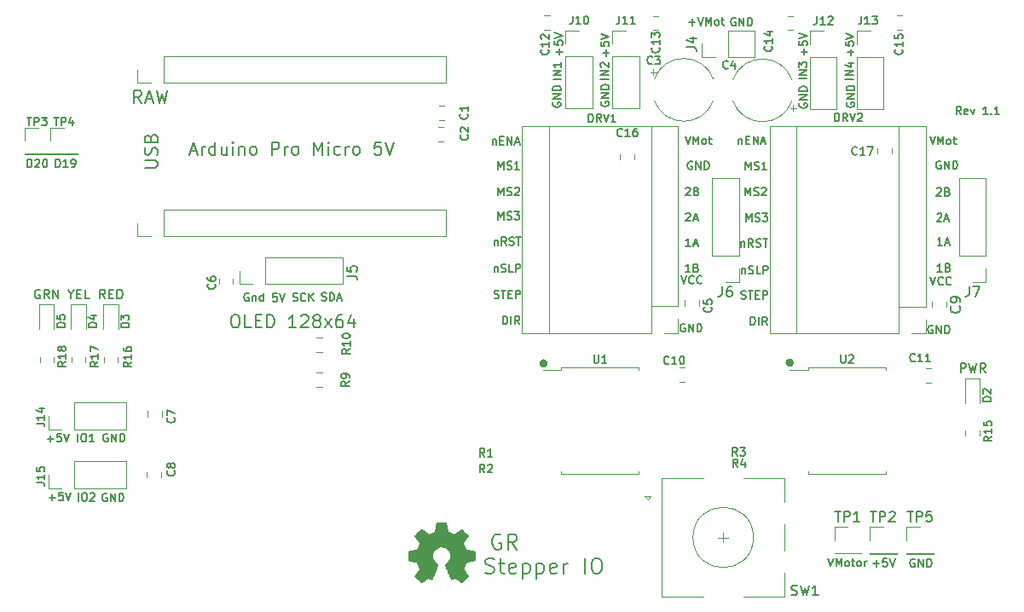
<source format=gbr>
G04 #@! TF.GenerationSoftware,KiCad,Pcbnew,(5.1.2-1)-1*
G04 #@! TF.CreationDate,2020-04-13T15:16:54-04:00*
G04 #@! TF.ProjectId,GR_Stepper_IO,47525f53-7465-4707-9065-725f494f2e6b,rev?*
G04 #@! TF.SameCoordinates,Original*
G04 #@! TF.FileFunction,Legend,Top*
G04 #@! TF.FilePolarity,Positive*
%FSLAX46Y46*%
G04 Gerber Fmt 4.6, Leading zero omitted, Abs format (unit mm)*
G04 Created by KiCad (PCBNEW (5.1.2-1)-1) date 2020-04-13 15:16:54*
%MOMM*%
%LPD*%
G04 APERTURE LIST*
%ADD10C,0.150000*%
%ADD11C,0.152400*%
%ADD12C,0.010000*%
%ADD13C,0.120000*%
G04 APERTURE END LIST*
D10*
X140920175Y-79984600D02*
G75*
G03X140920175Y-79984600I-331175J0D01*
G01*
X140787380Y-79984600D02*
G75*
G03X140787380Y-79984600I-198380J0D01*
G01*
X140694722Y-79984600D02*
G75*
G03X140694722Y-79984600I-80322J0D01*
G01*
X140751639Y-79933800D02*
G75*
G03X140751639Y-79933800I-162639J0D01*
G01*
X165354975Y-79908400D02*
G75*
G03X165354975Y-79908400I-331175J0D01*
G01*
X165222180Y-79908400D02*
G75*
G03X165222180Y-79908400I-198380J0D01*
G01*
X165186439Y-79857600D02*
G75*
G03X165186439Y-79857600I-162639J0D01*
G01*
X165129522Y-79908400D02*
G75*
G03X165129522Y-79908400I-80322J0D01*
G01*
X179222476Y-76231800D02*
X179146285Y-76193704D01*
X179032000Y-76193704D01*
X178917714Y-76231800D01*
X178841523Y-76307990D01*
X178803428Y-76384180D01*
X178765333Y-76536561D01*
X178765333Y-76650847D01*
X178803428Y-76803228D01*
X178841523Y-76879419D01*
X178917714Y-76955609D01*
X179032000Y-76993704D01*
X179108190Y-76993704D01*
X179222476Y-76955609D01*
X179260571Y-76917514D01*
X179260571Y-76650847D01*
X179108190Y-76650847D01*
X179603428Y-76993704D02*
X179603428Y-76193704D01*
X180060571Y-76993704D01*
X180060571Y-76193704D01*
X180441523Y-76993704D02*
X180441523Y-76193704D01*
X180632000Y-76193704D01*
X180746285Y-76231800D01*
X180822476Y-76307990D01*
X180860571Y-76384180D01*
X180898666Y-76536561D01*
X180898666Y-76650847D01*
X180860571Y-76803228D01*
X180822476Y-76879419D01*
X180746285Y-76955609D01*
X180632000Y-76993704D01*
X180441523Y-76993704D01*
X178993933Y-71393104D02*
X179260600Y-72193104D01*
X179527266Y-71393104D01*
X180251076Y-72116914D02*
X180212980Y-72155009D01*
X180098695Y-72193104D01*
X180022504Y-72193104D01*
X179908219Y-72155009D01*
X179832028Y-72078819D01*
X179793933Y-72002628D01*
X179755838Y-71850247D01*
X179755838Y-71735961D01*
X179793933Y-71583580D01*
X179832028Y-71507390D01*
X179908219Y-71431200D01*
X180022504Y-71393104D01*
X180098695Y-71393104D01*
X180212980Y-71431200D01*
X180251076Y-71469295D01*
X181051076Y-72116914D02*
X181012980Y-72155009D01*
X180898695Y-72193104D01*
X180822504Y-72193104D01*
X180708219Y-72155009D01*
X180632028Y-72078819D01*
X180593933Y-72002628D01*
X180555838Y-71850247D01*
X180555838Y-71735961D01*
X180593933Y-71583580D01*
X180632028Y-71507390D01*
X180708219Y-71431200D01*
X180822504Y-71393104D01*
X180898695Y-71393104D01*
X181012980Y-71431200D01*
X181051076Y-71469295D01*
X180143171Y-70872304D02*
X179686028Y-70872304D01*
X179914600Y-70872304D02*
X179914600Y-70072304D01*
X179838409Y-70186590D01*
X179762219Y-70262780D01*
X179686028Y-70300876D01*
X180752695Y-70453257D02*
X180866980Y-70491352D01*
X180905076Y-70529447D01*
X180943171Y-70605638D01*
X180943171Y-70719923D01*
X180905076Y-70796114D01*
X180866980Y-70834209D01*
X180790790Y-70872304D01*
X180486028Y-70872304D01*
X180486028Y-70072304D01*
X180752695Y-70072304D01*
X180828885Y-70110400D01*
X180866980Y-70148495D01*
X180905076Y-70224685D01*
X180905076Y-70300876D01*
X180866980Y-70377066D01*
X180828885Y-70415161D01*
X180752695Y-70453257D01*
X180486028Y-70453257D01*
X180174914Y-68256104D02*
X179717771Y-68256104D01*
X179946342Y-68256104D02*
X179946342Y-67456104D01*
X179870152Y-67570390D01*
X179793961Y-67646580D01*
X179717771Y-67684676D01*
X180479676Y-68027533D02*
X180860628Y-68027533D01*
X180403485Y-68256104D02*
X180670152Y-67456104D01*
X180936819Y-68256104D01*
X179666971Y-65144695D02*
X179705066Y-65106600D01*
X179781257Y-65068504D01*
X179971733Y-65068504D01*
X180047923Y-65106600D01*
X180086019Y-65144695D01*
X180124114Y-65220885D01*
X180124114Y-65297076D01*
X180086019Y-65411361D01*
X179628876Y-65868504D01*
X180124114Y-65868504D01*
X180428876Y-65639933D02*
X180809828Y-65639933D01*
X180352685Y-65868504D02*
X180619352Y-65068504D01*
X180886019Y-65868504D01*
X179635228Y-62604695D02*
X179673323Y-62566600D01*
X179749514Y-62528504D01*
X179939990Y-62528504D01*
X180016180Y-62566600D01*
X180054276Y-62604695D01*
X180092371Y-62680885D01*
X180092371Y-62757076D01*
X180054276Y-62871361D01*
X179597133Y-63328504D01*
X180092371Y-63328504D01*
X180701895Y-62909457D02*
X180816180Y-62947552D01*
X180854276Y-62985647D01*
X180892371Y-63061838D01*
X180892371Y-63176123D01*
X180854276Y-63252314D01*
X180816180Y-63290409D01*
X180739990Y-63328504D01*
X180435228Y-63328504D01*
X180435228Y-62528504D01*
X180701895Y-62528504D01*
X180778085Y-62566600D01*
X180816180Y-62604695D01*
X180854276Y-62680885D01*
X180854276Y-62757076D01*
X180816180Y-62833266D01*
X180778085Y-62871361D01*
X180701895Y-62909457D01*
X180435228Y-62909457D01*
X180009876Y-59925000D02*
X179933685Y-59886904D01*
X179819400Y-59886904D01*
X179705114Y-59925000D01*
X179628923Y-60001190D01*
X179590828Y-60077380D01*
X179552733Y-60229761D01*
X179552733Y-60344047D01*
X179590828Y-60496428D01*
X179628923Y-60572619D01*
X179705114Y-60648809D01*
X179819400Y-60686904D01*
X179895590Y-60686904D01*
X180009876Y-60648809D01*
X180047971Y-60610714D01*
X180047971Y-60344047D01*
X179895590Y-60344047D01*
X180390828Y-60686904D02*
X180390828Y-59886904D01*
X180847971Y-60686904D01*
X180847971Y-59886904D01*
X181228923Y-60686904D02*
X181228923Y-59886904D01*
X181419400Y-59886904D01*
X181533685Y-59925000D01*
X181609876Y-60001190D01*
X181647971Y-60077380D01*
X181686066Y-60229761D01*
X181686066Y-60344047D01*
X181647971Y-60496428D01*
X181609876Y-60572619D01*
X181533685Y-60648809D01*
X181419400Y-60686904D01*
X181228923Y-60686904D01*
X178949514Y-57423104D02*
X179216180Y-58223104D01*
X179482847Y-57423104D01*
X179749514Y-58223104D02*
X179749514Y-57423104D01*
X180016180Y-57994533D01*
X180282847Y-57423104D01*
X180282847Y-58223104D01*
X180778085Y-58223104D02*
X180701895Y-58185009D01*
X180663800Y-58146914D01*
X180625704Y-58070723D01*
X180625704Y-57842152D01*
X180663800Y-57765961D01*
X180701895Y-57727866D01*
X180778085Y-57689771D01*
X180892371Y-57689771D01*
X180968561Y-57727866D01*
X181006657Y-57765961D01*
X181044752Y-57842152D01*
X181044752Y-58070723D01*
X181006657Y-58146914D01*
X180968561Y-58185009D01*
X180892371Y-58223104D01*
X180778085Y-58223104D01*
X181273323Y-57689771D02*
X181578085Y-57689771D01*
X181387609Y-57423104D02*
X181387609Y-58108819D01*
X181425704Y-58185009D01*
X181501895Y-58223104D01*
X181578085Y-58223104D01*
X161150400Y-76155504D02*
X161150400Y-75355504D01*
X161340876Y-75355504D01*
X161455161Y-75393600D01*
X161531352Y-75469790D01*
X161569447Y-75545980D01*
X161607542Y-75698361D01*
X161607542Y-75812647D01*
X161569447Y-75965028D01*
X161531352Y-76041219D01*
X161455161Y-76117409D01*
X161340876Y-76155504D01*
X161150400Y-76155504D01*
X161950400Y-76155504D02*
X161950400Y-75355504D01*
X162788495Y-76155504D02*
X162521828Y-75774552D01*
X162331352Y-76155504D02*
X162331352Y-75355504D01*
X162636114Y-75355504D01*
X162712304Y-75393600D01*
X162750400Y-75431695D01*
X162788495Y-75507885D01*
X162788495Y-75622171D01*
X162750400Y-75698361D01*
X162712304Y-75736457D01*
X162636114Y-75774552D01*
X162331352Y-75774552D01*
X160223361Y-73552009D02*
X160337647Y-73590104D01*
X160528123Y-73590104D01*
X160604314Y-73552009D01*
X160642409Y-73513914D01*
X160680504Y-73437723D01*
X160680504Y-73361533D01*
X160642409Y-73285342D01*
X160604314Y-73247247D01*
X160528123Y-73209152D01*
X160375742Y-73171057D01*
X160299552Y-73132961D01*
X160261457Y-73094866D01*
X160223361Y-73018676D01*
X160223361Y-72942485D01*
X160261457Y-72866295D01*
X160299552Y-72828200D01*
X160375742Y-72790104D01*
X160566219Y-72790104D01*
X160680504Y-72828200D01*
X160909076Y-72790104D02*
X161366219Y-72790104D01*
X161137647Y-73590104D02*
X161137647Y-72790104D01*
X161632885Y-73171057D02*
X161899552Y-73171057D01*
X162013838Y-73590104D02*
X161632885Y-73590104D01*
X161632885Y-72790104D01*
X162013838Y-72790104D01*
X162356695Y-73590104D02*
X162356695Y-72790104D01*
X162661457Y-72790104D01*
X162737647Y-72828200D01*
X162775742Y-72866295D01*
X162813838Y-72942485D01*
X162813838Y-73056771D01*
X162775742Y-73132961D01*
X162737647Y-73171057D01*
X162661457Y-73209152D01*
X162356695Y-73209152D01*
X160267809Y-70542171D02*
X160267809Y-71075504D01*
X160267809Y-70618361D02*
X160305904Y-70580266D01*
X160382095Y-70542171D01*
X160496380Y-70542171D01*
X160572571Y-70580266D01*
X160610666Y-70656457D01*
X160610666Y-71075504D01*
X160953523Y-71037409D02*
X161067809Y-71075504D01*
X161258285Y-71075504D01*
X161334476Y-71037409D01*
X161372571Y-70999314D01*
X161410666Y-70923123D01*
X161410666Y-70846933D01*
X161372571Y-70770742D01*
X161334476Y-70732647D01*
X161258285Y-70694552D01*
X161105904Y-70656457D01*
X161029714Y-70618361D01*
X160991619Y-70580266D01*
X160953523Y-70504076D01*
X160953523Y-70427885D01*
X160991619Y-70351695D01*
X161029714Y-70313600D01*
X161105904Y-70275504D01*
X161296380Y-70275504D01*
X161410666Y-70313600D01*
X162134476Y-71075504D02*
X161753523Y-71075504D01*
X161753523Y-70275504D01*
X162401142Y-71075504D02*
X162401142Y-70275504D01*
X162705904Y-70275504D01*
X162782095Y-70313600D01*
X162820190Y-70351695D01*
X162858285Y-70427885D01*
X162858285Y-70542171D01*
X162820190Y-70618361D01*
X162782095Y-70656457D01*
X162705904Y-70694552D01*
X162401142Y-70694552D01*
X160210657Y-67875171D02*
X160210657Y-68408504D01*
X160210657Y-67951361D02*
X160248752Y-67913266D01*
X160324942Y-67875171D01*
X160439228Y-67875171D01*
X160515419Y-67913266D01*
X160553514Y-67989457D01*
X160553514Y-68408504D01*
X161391609Y-68408504D02*
X161124942Y-68027552D01*
X160934466Y-68408504D02*
X160934466Y-67608504D01*
X161239228Y-67608504D01*
X161315419Y-67646600D01*
X161353514Y-67684695D01*
X161391609Y-67760885D01*
X161391609Y-67875171D01*
X161353514Y-67951361D01*
X161315419Y-67989457D01*
X161239228Y-68027552D01*
X160934466Y-68027552D01*
X161696371Y-68370409D02*
X161810657Y-68408504D01*
X162001133Y-68408504D01*
X162077323Y-68370409D01*
X162115419Y-68332314D01*
X162153514Y-68256123D01*
X162153514Y-68179933D01*
X162115419Y-68103742D01*
X162077323Y-68065647D01*
X162001133Y-68027552D01*
X161848752Y-67989457D01*
X161772561Y-67951361D01*
X161734466Y-67913266D01*
X161696371Y-67837076D01*
X161696371Y-67760885D01*
X161734466Y-67684695D01*
X161772561Y-67646600D01*
X161848752Y-67608504D01*
X162039228Y-67608504D01*
X162153514Y-67646600D01*
X162382085Y-67608504D02*
X162839228Y-67608504D01*
X162610657Y-68408504D02*
X162610657Y-67608504D01*
X160718628Y-65868504D02*
X160718628Y-65068504D01*
X160985295Y-65639933D01*
X161251961Y-65068504D01*
X161251961Y-65868504D01*
X161594819Y-65830409D02*
X161709104Y-65868504D01*
X161899580Y-65868504D01*
X161975771Y-65830409D01*
X162013866Y-65792314D01*
X162051961Y-65716123D01*
X162051961Y-65639933D01*
X162013866Y-65563742D01*
X161975771Y-65525647D01*
X161899580Y-65487552D01*
X161747200Y-65449457D01*
X161671009Y-65411361D01*
X161632914Y-65373266D01*
X161594819Y-65297076D01*
X161594819Y-65220885D01*
X161632914Y-65144695D01*
X161671009Y-65106600D01*
X161747200Y-65068504D01*
X161937676Y-65068504D01*
X162051961Y-65106600D01*
X162318628Y-65068504D02*
X162813866Y-65068504D01*
X162547200Y-65373266D01*
X162661485Y-65373266D01*
X162737676Y-65411361D01*
X162775771Y-65449457D01*
X162813866Y-65525647D01*
X162813866Y-65716123D01*
X162775771Y-65792314D01*
X162737676Y-65830409D01*
X162661485Y-65868504D01*
X162432914Y-65868504D01*
X162356723Y-65830409D01*
X162318628Y-65792314D01*
X160617028Y-63303104D02*
X160617028Y-62503104D01*
X160883695Y-63074533D01*
X161150361Y-62503104D01*
X161150361Y-63303104D01*
X161493219Y-63265009D02*
X161607504Y-63303104D01*
X161797980Y-63303104D01*
X161874171Y-63265009D01*
X161912266Y-63226914D01*
X161950361Y-63150723D01*
X161950361Y-63074533D01*
X161912266Y-62998342D01*
X161874171Y-62960247D01*
X161797980Y-62922152D01*
X161645600Y-62884057D01*
X161569409Y-62845961D01*
X161531314Y-62807866D01*
X161493219Y-62731676D01*
X161493219Y-62655485D01*
X161531314Y-62579295D01*
X161569409Y-62541200D01*
X161645600Y-62503104D01*
X161836076Y-62503104D01*
X161950361Y-62541200D01*
X162255123Y-62579295D02*
X162293219Y-62541200D01*
X162369409Y-62503104D01*
X162559885Y-62503104D01*
X162636076Y-62541200D01*
X162674171Y-62579295D01*
X162712266Y-62655485D01*
X162712266Y-62731676D01*
X162674171Y-62845961D01*
X162217028Y-63303104D01*
X162712266Y-63303104D01*
X160642428Y-60737704D02*
X160642428Y-59937704D01*
X160909095Y-60509133D01*
X161175761Y-59937704D01*
X161175761Y-60737704D01*
X161518619Y-60699609D02*
X161632904Y-60737704D01*
X161823380Y-60737704D01*
X161899571Y-60699609D01*
X161937666Y-60661514D01*
X161975761Y-60585323D01*
X161975761Y-60509133D01*
X161937666Y-60432942D01*
X161899571Y-60394847D01*
X161823380Y-60356752D01*
X161671000Y-60318657D01*
X161594809Y-60280561D01*
X161556714Y-60242466D01*
X161518619Y-60166276D01*
X161518619Y-60090085D01*
X161556714Y-60013895D01*
X161594809Y-59975800D01*
X161671000Y-59937704D01*
X161861476Y-59937704D01*
X161975761Y-59975800D01*
X162737666Y-60737704D02*
X162280523Y-60737704D01*
X162509095Y-60737704D02*
X162509095Y-59937704D01*
X162432904Y-60051990D01*
X162356714Y-60128180D01*
X162280523Y-60166276D01*
X159969361Y-57664371D02*
X159969361Y-58197704D01*
X159969361Y-57740561D02*
X160007457Y-57702466D01*
X160083647Y-57664371D01*
X160197933Y-57664371D01*
X160274123Y-57702466D01*
X160312219Y-57778657D01*
X160312219Y-58197704D01*
X160693171Y-57778657D02*
X160959838Y-57778657D01*
X161074123Y-58197704D02*
X160693171Y-58197704D01*
X160693171Y-57397704D01*
X161074123Y-57397704D01*
X161416980Y-58197704D02*
X161416980Y-57397704D01*
X161874123Y-58197704D01*
X161874123Y-57397704D01*
X162216980Y-57969133D02*
X162597933Y-57969133D01*
X162140790Y-58197704D02*
X162407457Y-57397704D01*
X162674123Y-58197704D01*
X155022761Y-46081942D02*
X155632285Y-46081942D01*
X155327523Y-46386704D02*
X155327523Y-45777180D01*
X155898952Y-45586704D02*
X156165619Y-46386704D01*
X156432285Y-45586704D01*
X156698952Y-46386704D02*
X156698952Y-45586704D01*
X156965619Y-46158133D01*
X157232285Y-45586704D01*
X157232285Y-46386704D01*
X157727523Y-46386704D02*
X157651333Y-46348609D01*
X157613238Y-46310514D01*
X157575142Y-46234323D01*
X157575142Y-46005752D01*
X157613238Y-45929561D01*
X157651333Y-45891466D01*
X157727523Y-45853371D01*
X157841809Y-45853371D01*
X157918000Y-45891466D01*
X157956095Y-45929561D01*
X157994190Y-46005752D01*
X157994190Y-46234323D01*
X157956095Y-46310514D01*
X157918000Y-46348609D01*
X157841809Y-46386704D01*
X157727523Y-46386704D01*
X158222761Y-45853371D02*
X158527523Y-45853371D01*
X158337047Y-45586704D02*
X158337047Y-46272419D01*
X158375142Y-46348609D01*
X158451333Y-46386704D01*
X158527523Y-46386704D01*
X159639076Y-45675600D02*
X159562885Y-45637504D01*
X159448600Y-45637504D01*
X159334314Y-45675600D01*
X159258123Y-45751790D01*
X159220028Y-45827980D01*
X159181933Y-45980361D01*
X159181933Y-46094647D01*
X159220028Y-46247028D01*
X159258123Y-46323219D01*
X159334314Y-46399409D01*
X159448600Y-46437504D01*
X159524790Y-46437504D01*
X159639076Y-46399409D01*
X159677171Y-46361314D01*
X159677171Y-46094647D01*
X159524790Y-46094647D01*
X160020028Y-46437504D02*
X160020028Y-45637504D01*
X160477171Y-46437504D01*
X160477171Y-45637504D01*
X160858123Y-46437504D02*
X160858123Y-45637504D01*
X161048600Y-45637504D01*
X161162885Y-45675600D01*
X161239076Y-45751790D01*
X161277171Y-45827980D01*
X161315266Y-45980361D01*
X161315266Y-46094647D01*
X161277171Y-46247028D01*
X161239076Y-46323219D01*
X161162885Y-46399409D01*
X161048600Y-46437504D01*
X160858123Y-46437504D01*
X171354704Y-51727000D02*
X170554704Y-51727000D01*
X171354704Y-51346047D02*
X170554704Y-51346047D01*
X171354704Y-50888904D01*
X170554704Y-50888904D01*
X170821371Y-50165095D02*
X171354704Y-50165095D01*
X170516609Y-50355571D02*
X171088038Y-50546047D01*
X171088038Y-50050809D01*
X166706504Y-51701600D02*
X165906504Y-51701600D01*
X166706504Y-51320647D02*
X165906504Y-51320647D01*
X166706504Y-50863504D01*
X165906504Y-50863504D01*
X165906504Y-50558742D02*
X165906504Y-50063504D01*
X166211266Y-50330171D01*
X166211266Y-50215885D01*
X166249361Y-50139695D01*
X166287457Y-50101600D01*
X166363647Y-50063504D01*
X166554123Y-50063504D01*
X166630314Y-50101600D01*
X166668409Y-50139695D01*
X166706504Y-50215885D01*
X166706504Y-50444457D01*
X166668409Y-50520647D01*
X166630314Y-50558742D01*
X166477942Y-49339371D02*
X166477942Y-48729847D01*
X166782704Y-49034609D02*
X166173180Y-49034609D01*
X165982704Y-47967942D02*
X165982704Y-48348895D01*
X166363657Y-48386990D01*
X166325561Y-48348895D01*
X166287466Y-48272704D01*
X166287466Y-48082228D01*
X166325561Y-48006038D01*
X166363657Y-47967942D01*
X166439847Y-47929847D01*
X166630323Y-47929847D01*
X166706514Y-47967942D01*
X166744609Y-48006038D01*
X166782704Y-48082228D01*
X166782704Y-48272704D01*
X166744609Y-48348895D01*
X166706514Y-48386990D01*
X165982704Y-47701276D02*
X166782704Y-47434609D01*
X165982704Y-47167942D01*
X171075342Y-49390171D02*
X171075342Y-48780647D01*
X171380104Y-49085409D02*
X170770580Y-49085409D01*
X170580104Y-48018742D02*
X170580104Y-48399695D01*
X170961057Y-48437790D01*
X170922961Y-48399695D01*
X170884866Y-48323504D01*
X170884866Y-48133028D01*
X170922961Y-48056838D01*
X170961057Y-48018742D01*
X171037247Y-47980647D01*
X171227723Y-47980647D01*
X171303914Y-48018742D01*
X171342009Y-48056838D01*
X171380104Y-48133028D01*
X171380104Y-48323504D01*
X171342009Y-48399695D01*
X171303914Y-48437790D01*
X170580104Y-47752076D02*
X171380104Y-47485409D01*
X170580104Y-47218742D01*
X170694400Y-54076523D02*
X170656304Y-54152714D01*
X170656304Y-54267000D01*
X170694400Y-54381285D01*
X170770590Y-54457476D01*
X170846780Y-54495571D01*
X170999161Y-54533666D01*
X171113447Y-54533666D01*
X171265828Y-54495571D01*
X171342019Y-54457476D01*
X171418209Y-54381285D01*
X171456304Y-54267000D01*
X171456304Y-54190809D01*
X171418209Y-54076523D01*
X171380114Y-54038428D01*
X171113447Y-54038428D01*
X171113447Y-54190809D01*
X171456304Y-53695571D02*
X170656304Y-53695571D01*
X171456304Y-53238428D01*
X170656304Y-53238428D01*
X171456304Y-52857476D02*
X170656304Y-52857476D01*
X170656304Y-52667000D01*
X170694400Y-52552714D01*
X170770590Y-52476523D01*
X170846780Y-52438428D01*
X170999161Y-52400333D01*
X171113447Y-52400333D01*
X171265828Y-52438428D01*
X171342019Y-52476523D01*
X171418209Y-52552714D01*
X171456304Y-52667000D01*
X171456304Y-52857476D01*
X166020800Y-54152723D02*
X165982704Y-54228914D01*
X165982704Y-54343200D01*
X166020800Y-54457485D01*
X166096990Y-54533676D01*
X166173180Y-54571771D01*
X166325561Y-54609866D01*
X166439847Y-54609866D01*
X166592228Y-54571771D01*
X166668419Y-54533676D01*
X166744609Y-54457485D01*
X166782704Y-54343200D01*
X166782704Y-54267009D01*
X166744609Y-54152723D01*
X166706514Y-54114628D01*
X166439847Y-54114628D01*
X166439847Y-54267009D01*
X166782704Y-53771771D02*
X165982704Y-53771771D01*
X166782704Y-53314628D01*
X165982704Y-53314628D01*
X166782704Y-52933676D02*
X165982704Y-52933676D01*
X165982704Y-52743200D01*
X166020800Y-52628914D01*
X166096990Y-52552723D01*
X166173180Y-52514628D01*
X166325561Y-52476533D01*
X166439847Y-52476533D01*
X166592228Y-52514628D01*
X166668419Y-52552723D01*
X166744609Y-52628914D01*
X166782704Y-52743200D01*
X166782704Y-52933676D01*
X146310400Y-53974923D02*
X146272304Y-54051114D01*
X146272304Y-54165400D01*
X146310400Y-54279685D01*
X146386590Y-54355876D01*
X146462780Y-54393971D01*
X146615161Y-54432066D01*
X146729447Y-54432066D01*
X146881828Y-54393971D01*
X146958019Y-54355876D01*
X147034209Y-54279685D01*
X147072304Y-54165400D01*
X147072304Y-54089209D01*
X147034209Y-53974923D01*
X146996114Y-53936828D01*
X146729447Y-53936828D01*
X146729447Y-54089209D01*
X147072304Y-53593971D02*
X146272304Y-53593971D01*
X147072304Y-53136828D01*
X146272304Y-53136828D01*
X147072304Y-52755876D02*
X146272304Y-52755876D01*
X146272304Y-52565400D01*
X146310400Y-52451114D01*
X146386590Y-52374923D01*
X146462780Y-52336828D01*
X146615161Y-52298733D01*
X146729447Y-52298733D01*
X146881828Y-52336828D01*
X146958019Y-52374923D01*
X147034209Y-52451114D01*
X147072304Y-52565400D01*
X147072304Y-52755876D01*
X147046904Y-51727000D02*
X146246904Y-51727000D01*
X147046904Y-51346047D02*
X146246904Y-51346047D01*
X147046904Y-50888904D01*
X146246904Y-50888904D01*
X146323095Y-50546047D02*
X146285000Y-50507952D01*
X146246904Y-50431761D01*
X146246904Y-50241285D01*
X146285000Y-50165095D01*
X146323095Y-50127000D01*
X146399285Y-50088904D01*
X146475476Y-50088904D01*
X146589761Y-50127000D01*
X147046904Y-50584142D01*
X147046904Y-50088904D01*
X146767542Y-49440971D02*
X146767542Y-48831447D01*
X147072304Y-49136209D02*
X146462780Y-49136209D01*
X146272304Y-48069542D02*
X146272304Y-48450495D01*
X146653257Y-48488590D01*
X146615161Y-48450495D01*
X146577066Y-48374304D01*
X146577066Y-48183828D01*
X146615161Y-48107638D01*
X146653257Y-48069542D01*
X146729447Y-48031447D01*
X146919923Y-48031447D01*
X146996114Y-48069542D01*
X147034209Y-48107638D01*
X147072304Y-48183828D01*
X147072304Y-48374304D01*
X147034209Y-48450495D01*
X146996114Y-48488590D01*
X146272304Y-47802876D02*
X147072304Y-47536209D01*
X146272304Y-47269542D01*
X142144742Y-49313971D02*
X142144742Y-48704447D01*
X142449504Y-49009209D02*
X141839980Y-49009209D01*
X141649504Y-47942542D02*
X141649504Y-48323495D01*
X142030457Y-48361590D01*
X141992361Y-48323495D01*
X141954266Y-48247304D01*
X141954266Y-48056828D01*
X141992361Y-47980638D01*
X142030457Y-47942542D01*
X142106647Y-47904447D01*
X142297123Y-47904447D01*
X142373314Y-47942542D01*
X142411409Y-47980638D01*
X142449504Y-48056828D01*
X142449504Y-48247304D01*
X142411409Y-48323495D01*
X142373314Y-48361590D01*
X141649504Y-47675876D02*
X142449504Y-47409209D01*
X141649504Y-47142542D01*
X142322504Y-51727000D02*
X141522504Y-51727000D01*
X142322504Y-51346047D02*
X141522504Y-51346047D01*
X142322504Y-50888904D01*
X141522504Y-50888904D01*
X142322504Y-50088904D02*
X142322504Y-50546047D01*
X142322504Y-50317476D02*
X141522504Y-50317476D01*
X141636790Y-50393666D01*
X141712980Y-50469857D01*
X141751076Y-50546047D01*
X141535200Y-54076523D02*
X141497104Y-54152714D01*
X141497104Y-54267000D01*
X141535200Y-54381285D01*
X141611390Y-54457476D01*
X141687580Y-54495571D01*
X141839961Y-54533666D01*
X141954247Y-54533666D01*
X142106628Y-54495571D01*
X142182819Y-54457476D01*
X142259009Y-54381285D01*
X142297104Y-54267000D01*
X142297104Y-54190809D01*
X142259009Y-54076523D01*
X142220914Y-54038428D01*
X141954247Y-54038428D01*
X141954247Y-54190809D01*
X142297104Y-53695571D02*
X141497104Y-53695571D01*
X142297104Y-53238428D01*
X141497104Y-53238428D01*
X142297104Y-52857476D02*
X141497104Y-52857476D01*
X141497104Y-52667000D01*
X141535200Y-52552714D01*
X141611390Y-52476523D01*
X141687580Y-52438428D01*
X141839961Y-52400333D01*
X141954247Y-52400333D01*
X142106628Y-52438428D01*
X142182819Y-52476523D01*
X142259009Y-52552714D01*
X142297104Y-52667000D01*
X142297104Y-52857476D01*
X177444476Y-99422000D02*
X177368285Y-99383904D01*
X177254000Y-99383904D01*
X177139714Y-99422000D01*
X177063523Y-99498190D01*
X177025428Y-99574380D01*
X176987333Y-99726761D01*
X176987333Y-99841047D01*
X177025428Y-99993428D01*
X177063523Y-100069619D01*
X177139714Y-100145809D01*
X177254000Y-100183904D01*
X177330190Y-100183904D01*
X177444476Y-100145809D01*
X177482571Y-100107714D01*
X177482571Y-99841047D01*
X177330190Y-99841047D01*
X177825428Y-100183904D02*
X177825428Y-99383904D01*
X178282571Y-100183904D01*
X178282571Y-99383904D01*
X178663523Y-100183904D02*
X178663523Y-99383904D01*
X178854000Y-99383904D01*
X178968285Y-99422000D01*
X179044476Y-99498190D01*
X179082571Y-99574380D01*
X179120666Y-99726761D01*
X179120666Y-99841047D01*
X179082571Y-99993428D01*
X179044476Y-100069619D01*
X178968285Y-100145809D01*
X178854000Y-100183904D01*
X178663523Y-100183904D01*
X173317028Y-99853742D02*
X173926552Y-99853742D01*
X173621790Y-100158504D02*
X173621790Y-99548980D01*
X174688457Y-99358504D02*
X174307504Y-99358504D01*
X174269409Y-99739457D01*
X174307504Y-99701361D01*
X174383695Y-99663266D01*
X174574171Y-99663266D01*
X174650361Y-99701361D01*
X174688457Y-99739457D01*
X174726552Y-99815647D01*
X174726552Y-100006123D01*
X174688457Y-100082314D01*
X174650361Y-100120409D01*
X174574171Y-100158504D01*
X174383695Y-100158504D01*
X174307504Y-100120409D01*
X174269409Y-100082314D01*
X174955123Y-99358504D02*
X175221790Y-100158504D01*
X175488457Y-99358504D01*
X168840390Y-99333104D02*
X169107057Y-100133104D01*
X169373723Y-99333104D01*
X169640390Y-100133104D02*
X169640390Y-99333104D01*
X169907057Y-99904533D01*
X170173723Y-99333104D01*
X170173723Y-100133104D01*
X170668961Y-100133104D02*
X170592771Y-100095009D01*
X170554676Y-100056914D01*
X170516580Y-99980723D01*
X170516580Y-99752152D01*
X170554676Y-99675961D01*
X170592771Y-99637866D01*
X170668961Y-99599771D01*
X170783247Y-99599771D01*
X170859438Y-99637866D01*
X170897533Y-99675961D01*
X170935628Y-99752152D01*
X170935628Y-99980723D01*
X170897533Y-100056914D01*
X170859438Y-100095009D01*
X170783247Y-100133104D01*
X170668961Y-100133104D01*
X171164200Y-99599771D02*
X171468961Y-99599771D01*
X171278485Y-99333104D02*
X171278485Y-100018819D01*
X171316580Y-100095009D01*
X171392771Y-100133104D01*
X171468961Y-100133104D01*
X171849914Y-100133104D02*
X171773723Y-100095009D01*
X171735628Y-100056914D01*
X171697533Y-99980723D01*
X171697533Y-99752152D01*
X171735628Y-99675961D01*
X171773723Y-99637866D01*
X171849914Y-99599771D01*
X171964200Y-99599771D01*
X172040390Y-99637866D01*
X172078485Y-99675961D01*
X172116580Y-99752152D01*
X172116580Y-99980723D01*
X172078485Y-100056914D01*
X172040390Y-100095009D01*
X171964200Y-100133104D01*
X171849914Y-100133104D01*
X172459438Y-100133104D02*
X172459438Y-99599771D01*
X172459438Y-99752152D02*
X172497533Y-99675961D01*
X172535628Y-99637866D01*
X172611819Y-99599771D01*
X172688009Y-99599771D01*
X92144971Y-60483704D02*
X92144971Y-59683704D01*
X92335447Y-59683704D01*
X92449733Y-59721800D01*
X92525923Y-59797990D01*
X92564019Y-59874180D01*
X92602114Y-60026561D01*
X92602114Y-60140847D01*
X92564019Y-60293228D01*
X92525923Y-60369419D01*
X92449733Y-60445609D01*
X92335447Y-60483704D01*
X92144971Y-60483704D01*
X93364019Y-60483704D02*
X92906876Y-60483704D01*
X93135447Y-60483704D02*
X93135447Y-59683704D01*
X93059257Y-59797990D01*
X92983066Y-59874180D01*
X92906876Y-59912276D01*
X93744971Y-60483704D02*
X93897352Y-60483704D01*
X93973542Y-60445609D01*
X94011638Y-60407514D01*
X94087828Y-60293228D01*
X94125923Y-60140847D01*
X94125923Y-59836085D01*
X94087828Y-59759895D01*
X94049733Y-59721800D01*
X93973542Y-59683704D01*
X93821161Y-59683704D01*
X93744971Y-59721800D01*
X93706876Y-59759895D01*
X93668780Y-59836085D01*
X93668780Y-60026561D01*
X93706876Y-60102752D01*
X93744971Y-60140847D01*
X93821161Y-60178942D01*
X93973542Y-60178942D01*
X94049733Y-60140847D01*
X94087828Y-60102752D01*
X94125923Y-60026561D01*
X89325571Y-60509104D02*
X89325571Y-59709104D01*
X89516047Y-59709104D01*
X89630333Y-59747200D01*
X89706523Y-59823390D01*
X89744619Y-59899580D01*
X89782714Y-60051961D01*
X89782714Y-60166247D01*
X89744619Y-60318628D01*
X89706523Y-60394819D01*
X89630333Y-60471009D01*
X89516047Y-60509104D01*
X89325571Y-60509104D01*
X90087476Y-59785295D02*
X90125571Y-59747200D01*
X90201761Y-59709104D01*
X90392238Y-59709104D01*
X90468428Y-59747200D01*
X90506523Y-59785295D01*
X90544619Y-59861485D01*
X90544619Y-59937676D01*
X90506523Y-60051961D01*
X90049380Y-60509104D01*
X90544619Y-60509104D01*
X91039857Y-59709104D02*
X91116047Y-59709104D01*
X91192238Y-59747200D01*
X91230333Y-59785295D01*
X91268428Y-59861485D01*
X91306523Y-60013866D01*
X91306523Y-60204342D01*
X91268428Y-60356723D01*
X91230333Y-60432914D01*
X91192238Y-60471009D01*
X91116047Y-60509104D01*
X91039857Y-60509104D01*
X90963666Y-60471009D01*
X90925571Y-60432914D01*
X90887476Y-60356723D01*
X90849380Y-60204342D01*
X90849380Y-60013866D01*
X90887476Y-59861485D01*
X90925571Y-59785295D01*
X90963666Y-59747200D01*
X91039857Y-59709104D01*
X154641714Y-57397704D02*
X154908380Y-58197704D01*
X155175047Y-57397704D01*
X155441714Y-58197704D02*
X155441714Y-57397704D01*
X155708380Y-57969133D01*
X155975047Y-57397704D01*
X155975047Y-58197704D01*
X156470285Y-58197704D02*
X156394095Y-58159609D01*
X156356000Y-58121514D01*
X156317904Y-58045323D01*
X156317904Y-57816752D01*
X156356000Y-57740561D01*
X156394095Y-57702466D01*
X156470285Y-57664371D01*
X156584571Y-57664371D01*
X156660761Y-57702466D01*
X156698857Y-57740561D01*
X156736952Y-57816752D01*
X156736952Y-58045323D01*
X156698857Y-58121514D01*
X156660761Y-58159609D01*
X156584571Y-58197704D01*
X156470285Y-58197704D01*
X156965523Y-57664371D02*
X157270285Y-57664371D01*
X157079809Y-57397704D02*
X157079809Y-58083419D01*
X157117904Y-58159609D01*
X157194095Y-58197704D01*
X157270285Y-58197704D01*
X155346476Y-59950400D02*
X155270285Y-59912304D01*
X155156000Y-59912304D01*
X155041714Y-59950400D01*
X154965523Y-60026590D01*
X154927428Y-60102780D01*
X154889333Y-60255161D01*
X154889333Y-60369447D01*
X154927428Y-60521828D01*
X154965523Y-60598019D01*
X155041714Y-60674209D01*
X155156000Y-60712304D01*
X155232190Y-60712304D01*
X155346476Y-60674209D01*
X155384571Y-60636114D01*
X155384571Y-60369447D01*
X155232190Y-60369447D01*
X155727428Y-60712304D02*
X155727428Y-59912304D01*
X156184571Y-60712304D01*
X156184571Y-59912304D01*
X156565523Y-60712304D02*
X156565523Y-59912304D01*
X156756000Y-59912304D01*
X156870285Y-59950400D01*
X156946476Y-60026590D01*
X156984571Y-60102780D01*
X157022666Y-60255161D01*
X157022666Y-60369447D01*
X156984571Y-60521828D01*
X156946476Y-60598019D01*
X156870285Y-60674209D01*
X156756000Y-60712304D01*
X156565523Y-60712304D01*
X154692428Y-62553895D02*
X154730523Y-62515800D01*
X154806714Y-62477704D01*
X154997190Y-62477704D01*
X155073380Y-62515800D01*
X155111476Y-62553895D01*
X155149571Y-62630085D01*
X155149571Y-62706276D01*
X155111476Y-62820561D01*
X154654333Y-63277704D01*
X155149571Y-63277704D01*
X155759095Y-62858657D02*
X155873380Y-62896752D01*
X155911476Y-62934847D01*
X155949571Y-63011038D01*
X155949571Y-63125323D01*
X155911476Y-63201514D01*
X155873380Y-63239609D01*
X155797190Y-63277704D01*
X155492428Y-63277704D01*
X155492428Y-62477704D01*
X155759095Y-62477704D01*
X155835285Y-62515800D01*
X155873380Y-62553895D01*
X155911476Y-62630085D01*
X155911476Y-62706276D01*
X155873380Y-62782466D01*
X155835285Y-62820561D01*
X155759095Y-62858657D01*
X155492428Y-62858657D01*
X154724171Y-65119295D02*
X154762266Y-65081200D01*
X154838457Y-65043104D01*
X155028933Y-65043104D01*
X155105123Y-65081200D01*
X155143219Y-65119295D01*
X155181314Y-65195485D01*
X155181314Y-65271676D01*
X155143219Y-65385961D01*
X154686076Y-65843104D01*
X155181314Y-65843104D01*
X155486076Y-65614533D02*
X155867028Y-65614533D01*
X155409885Y-65843104D02*
X155676552Y-65043104D01*
X155943219Y-65843104D01*
X155181314Y-68357704D02*
X154724171Y-68357704D01*
X154952742Y-68357704D02*
X154952742Y-67557704D01*
X154876552Y-67671990D01*
X154800361Y-67748180D01*
X154724171Y-67786276D01*
X155486076Y-68129133D02*
X155867028Y-68129133D01*
X155409885Y-68357704D02*
X155676552Y-67557704D01*
X155943219Y-68357704D01*
X155124171Y-70897704D02*
X154667028Y-70897704D01*
X154895600Y-70897704D02*
X154895600Y-70097704D01*
X154819409Y-70211990D01*
X154743219Y-70288180D01*
X154667028Y-70326276D01*
X155733695Y-70478657D02*
X155847980Y-70516752D01*
X155886076Y-70554847D01*
X155924171Y-70631038D01*
X155924171Y-70745323D01*
X155886076Y-70821514D01*
X155847980Y-70859609D01*
X155771790Y-70897704D01*
X155467028Y-70897704D01*
X155467028Y-70097704D01*
X155733695Y-70097704D01*
X155809885Y-70135800D01*
X155847980Y-70173895D01*
X155886076Y-70250085D01*
X155886076Y-70326276D01*
X155847980Y-70402466D01*
X155809885Y-70440561D01*
X155733695Y-70478657D01*
X155467028Y-70478657D01*
X154254333Y-71266104D02*
X154521000Y-72066104D01*
X154787666Y-71266104D01*
X155511476Y-71989914D02*
X155473380Y-72028009D01*
X155359095Y-72066104D01*
X155282904Y-72066104D01*
X155168619Y-72028009D01*
X155092428Y-71951819D01*
X155054333Y-71875628D01*
X155016238Y-71723247D01*
X155016238Y-71608961D01*
X155054333Y-71456580D01*
X155092428Y-71380390D01*
X155168619Y-71304200D01*
X155282904Y-71266104D01*
X155359095Y-71266104D01*
X155473380Y-71304200D01*
X155511476Y-71342295D01*
X156311476Y-71989914D02*
X156273380Y-72028009D01*
X156159095Y-72066104D01*
X156082904Y-72066104D01*
X155968619Y-72028009D01*
X155892428Y-71951819D01*
X155854333Y-71875628D01*
X155816238Y-71723247D01*
X155816238Y-71608961D01*
X155854333Y-71456580D01*
X155892428Y-71380390D01*
X155968619Y-71304200D01*
X156082904Y-71266104D01*
X156159095Y-71266104D01*
X156273380Y-71304200D01*
X156311476Y-71342295D01*
X135534561Y-57715171D02*
X135534561Y-58248504D01*
X135534561Y-57791361D02*
X135572657Y-57753266D01*
X135648847Y-57715171D01*
X135763133Y-57715171D01*
X135839323Y-57753266D01*
X135877419Y-57829457D01*
X135877419Y-58248504D01*
X136258371Y-57829457D02*
X136525038Y-57829457D01*
X136639323Y-58248504D02*
X136258371Y-58248504D01*
X136258371Y-57448504D01*
X136639323Y-57448504D01*
X136982180Y-58248504D02*
X136982180Y-57448504D01*
X137439323Y-58248504D01*
X137439323Y-57448504D01*
X137782180Y-58019933D02*
X138163133Y-58019933D01*
X137705990Y-58248504D02*
X137972657Y-57448504D01*
X138239323Y-58248504D01*
X136080628Y-60712304D02*
X136080628Y-59912304D01*
X136347295Y-60483733D01*
X136613961Y-59912304D01*
X136613961Y-60712304D01*
X136956819Y-60674209D02*
X137071104Y-60712304D01*
X137261580Y-60712304D01*
X137337771Y-60674209D01*
X137375866Y-60636114D01*
X137413961Y-60559923D01*
X137413961Y-60483733D01*
X137375866Y-60407542D01*
X137337771Y-60369447D01*
X137261580Y-60331352D01*
X137109200Y-60293257D01*
X137033009Y-60255161D01*
X136994914Y-60217066D01*
X136956819Y-60140876D01*
X136956819Y-60064685D01*
X136994914Y-59988495D01*
X137033009Y-59950400D01*
X137109200Y-59912304D01*
X137299676Y-59912304D01*
X137413961Y-59950400D01*
X138175866Y-60712304D02*
X137718723Y-60712304D01*
X137947295Y-60712304D02*
X137947295Y-59912304D01*
X137871104Y-60026590D01*
X137794914Y-60102780D01*
X137718723Y-60140876D01*
X136080628Y-63303104D02*
X136080628Y-62503104D01*
X136347295Y-63074533D01*
X136613961Y-62503104D01*
X136613961Y-63303104D01*
X136956819Y-63265009D02*
X137071104Y-63303104D01*
X137261580Y-63303104D01*
X137337771Y-63265009D01*
X137375866Y-63226914D01*
X137413961Y-63150723D01*
X137413961Y-63074533D01*
X137375866Y-62998342D01*
X137337771Y-62960247D01*
X137261580Y-62922152D01*
X137109200Y-62884057D01*
X137033009Y-62845961D01*
X136994914Y-62807866D01*
X136956819Y-62731676D01*
X136956819Y-62655485D01*
X136994914Y-62579295D01*
X137033009Y-62541200D01*
X137109200Y-62503104D01*
X137299676Y-62503104D01*
X137413961Y-62541200D01*
X137718723Y-62579295D02*
X137756819Y-62541200D01*
X137833009Y-62503104D01*
X138023485Y-62503104D01*
X138099676Y-62541200D01*
X138137771Y-62579295D01*
X138175866Y-62655485D01*
X138175866Y-62731676D01*
X138137771Y-62845961D01*
X137680628Y-63303104D01*
X138175866Y-63303104D01*
X136080628Y-65716104D02*
X136080628Y-64916104D01*
X136347295Y-65487533D01*
X136613961Y-64916104D01*
X136613961Y-65716104D01*
X136956819Y-65678009D02*
X137071104Y-65716104D01*
X137261580Y-65716104D01*
X137337771Y-65678009D01*
X137375866Y-65639914D01*
X137413961Y-65563723D01*
X137413961Y-65487533D01*
X137375866Y-65411342D01*
X137337771Y-65373247D01*
X137261580Y-65335152D01*
X137109200Y-65297057D01*
X137033009Y-65258961D01*
X136994914Y-65220866D01*
X136956819Y-65144676D01*
X136956819Y-65068485D01*
X136994914Y-64992295D01*
X137033009Y-64954200D01*
X137109200Y-64916104D01*
X137299676Y-64916104D01*
X137413961Y-64954200D01*
X137680628Y-64916104D02*
X138175866Y-64916104D01*
X137909200Y-65220866D01*
X138023485Y-65220866D01*
X138099676Y-65258961D01*
X138137771Y-65297057D01*
X138175866Y-65373247D01*
X138175866Y-65563723D01*
X138137771Y-65639914D01*
X138099676Y-65678009D01*
X138023485Y-65716104D01*
X137794914Y-65716104D01*
X137718723Y-65678009D01*
X137680628Y-65639914D01*
X135699657Y-67722771D02*
X135699657Y-68256104D01*
X135699657Y-67798961D02*
X135737752Y-67760866D01*
X135813942Y-67722771D01*
X135928228Y-67722771D01*
X136004419Y-67760866D01*
X136042514Y-67837057D01*
X136042514Y-68256104D01*
X136880609Y-68256104D02*
X136613942Y-67875152D01*
X136423466Y-68256104D02*
X136423466Y-67456104D01*
X136728228Y-67456104D01*
X136804419Y-67494200D01*
X136842514Y-67532295D01*
X136880609Y-67608485D01*
X136880609Y-67722771D01*
X136842514Y-67798961D01*
X136804419Y-67837057D01*
X136728228Y-67875152D01*
X136423466Y-67875152D01*
X137185371Y-68218009D02*
X137299657Y-68256104D01*
X137490133Y-68256104D01*
X137566323Y-68218009D01*
X137604419Y-68179914D01*
X137642514Y-68103723D01*
X137642514Y-68027533D01*
X137604419Y-67951342D01*
X137566323Y-67913247D01*
X137490133Y-67875152D01*
X137337752Y-67837057D01*
X137261561Y-67798961D01*
X137223466Y-67760866D01*
X137185371Y-67684676D01*
X137185371Y-67608485D01*
X137223466Y-67532295D01*
X137261561Y-67494200D01*
X137337752Y-67456104D01*
X137528228Y-67456104D01*
X137642514Y-67494200D01*
X137871085Y-67456104D02*
X138328228Y-67456104D01*
X138099657Y-68256104D02*
X138099657Y-67456104D01*
X135680609Y-70364371D02*
X135680609Y-70897704D01*
X135680609Y-70440561D02*
X135718704Y-70402466D01*
X135794895Y-70364371D01*
X135909180Y-70364371D01*
X135985371Y-70402466D01*
X136023466Y-70478657D01*
X136023466Y-70897704D01*
X136366323Y-70859609D02*
X136480609Y-70897704D01*
X136671085Y-70897704D01*
X136747276Y-70859609D01*
X136785371Y-70821514D01*
X136823466Y-70745323D01*
X136823466Y-70669133D01*
X136785371Y-70592942D01*
X136747276Y-70554847D01*
X136671085Y-70516752D01*
X136518704Y-70478657D01*
X136442514Y-70440561D01*
X136404419Y-70402466D01*
X136366323Y-70326276D01*
X136366323Y-70250085D01*
X136404419Y-70173895D01*
X136442514Y-70135800D01*
X136518704Y-70097704D01*
X136709180Y-70097704D01*
X136823466Y-70135800D01*
X137547276Y-70897704D02*
X137166323Y-70897704D01*
X137166323Y-70097704D01*
X137813942Y-70897704D02*
X137813942Y-70097704D01*
X138118704Y-70097704D01*
X138194895Y-70135800D01*
X138232990Y-70173895D01*
X138271085Y-70250085D01*
X138271085Y-70364371D01*
X138232990Y-70440561D01*
X138194895Y-70478657D01*
X138118704Y-70516752D01*
X137813942Y-70516752D01*
X135686961Y-73475809D02*
X135801247Y-73513904D01*
X135991723Y-73513904D01*
X136067914Y-73475809D01*
X136106009Y-73437714D01*
X136144104Y-73361523D01*
X136144104Y-73285333D01*
X136106009Y-73209142D01*
X136067914Y-73171047D01*
X135991723Y-73132952D01*
X135839342Y-73094857D01*
X135763152Y-73056761D01*
X135725057Y-73018666D01*
X135686961Y-72942476D01*
X135686961Y-72866285D01*
X135725057Y-72790095D01*
X135763152Y-72752000D01*
X135839342Y-72713904D01*
X136029819Y-72713904D01*
X136144104Y-72752000D01*
X136372676Y-72713904D02*
X136829819Y-72713904D01*
X136601247Y-73513904D02*
X136601247Y-72713904D01*
X137096485Y-73094857D02*
X137363152Y-73094857D01*
X137477438Y-73513904D02*
X137096485Y-73513904D01*
X137096485Y-72713904D01*
X137477438Y-72713904D01*
X137820295Y-73513904D02*
X137820295Y-72713904D01*
X138125057Y-72713904D01*
X138201247Y-72752000D01*
X138239342Y-72790095D01*
X138277438Y-72866285D01*
X138277438Y-72980571D01*
X138239342Y-73056761D01*
X138201247Y-73094857D01*
X138125057Y-73132952D01*
X137820295Y-73132952D01*
X97205876Y-92919600D02*
X97129685Y-92881504D01*
X97015400Y-92881504D01*
X96901114Y-92919600D01*
X96824923Y-92995790D01*
X96786828Y-93071980D01*
X96748733Y-93224361D01*
X96748733Y-93338647D01*
X96786828Y-93491028D01*
X96824923Y-93567219D01*
X96901114Y-93643409D01*
X97015400Y-93681504D01*
X97091590Y-93681504D01*
X97205876Y-93643409D01*
X97243971Y-93605314D01*
X97243971Y-93338647D01*
X97091590Y-93338647D01*
X97586828Y-93681504D02*
X97586828Y-92881504D01*
X98043971Y-93681504D01*
X98043971Y-92881504D01*
X98424923Y-93681504D02*
X98424923Y-92881504D01*
X98615400Y-92881504D01*
X98729685Y-92919600D01*
X98805876Y-92995790D01*
X98843971Y-93071980D01*
X98882066Y-93224361D01*
X98882066Y-93338647D01*
X98843971Y-93491028D01*
X98805876Y-93567219D01*
X98729685Y-93643409D01*
X98615400Y-93681504D01*
X98424923Y-93681504D01*
X91503628Y-93300542D02*
X92113152Y-93300542D01*
X91808390Y-93605304D02*
X91808390Y-92995780D01*
X92875057Y-92805304D02*
X92494104Y-92805304D01*
X92456009Y-93186257D01*
X92494104Y-93148161D01*
X92570295Y-93110066D01*
X92760771Y-93110066D01*
X92836961Y-93148161D01*
X92875057Y-93186257D01*
X92913152Y-93262447D01*
X92913152Y-93452923D01*
X92875057Y-93529114D01*
X92836961Y-93567209D01*
X92760771Y-93605304D01*
X92570295Y-93605304D01*
X92494104Y-93567209D01*
X92456009Y-93529114D01*
X93141723Y-92805304D02*
X93408390Y-93605304D01*
X93675057Y-92805304D01*
X97307476Y-87001400D02*
X97231285Y-86963304D01*
X97117000Y-86963304D01*
X97002714Y-87001400D01*
X96926523Y-87077590D01*
X96888428Y-87153780D01*
X96850333Y-87306161D01*
X96850333Y-87420447D01*
X96888428Y-87572828D01*
X96926523Y-87649019D01*
X97002714Y-87725209D01*
X97117000Y-87763304D01*
X97193190Y-87763304D01*
X97307476Y-87725209D01*
X97345571Y-87687114D01*
X97345571Y-87420447D01*
X97193190Y-87420447D01*
X97688428Y-87763304D02*
X97688428Y-86963304D01*
X98145571Y-87763304D01*
X98145571Y-86963304D01*
X98526523Y-87763304D02*
X98526523Y-86963304D01*
X98717000Y-86963304D01*
X98831285Y-87001400D01*
X98907476Y-87077590D01*
X98945571Y-87153780D01*
X98983666Y-87306161D01*
X98983666Y-87420447D01*
X98945571Y-87572828D01*
X98907476Y-87649019D01*
X98831285Y-87725209D01*
X98717000Y-87763304D01*
X98526523Y-87763304D01*
X91325828Y-87458542D02*
X91935352Y-87458542D01*
X91630590Y-87763304D02*
X91630590Y-87153780D01*
X92697257Y-86963304D02*
X92316304Y-86963304D01*
X92278209Y-87344257D01*
X92316304Y-87306161D01*
X92392495Y-87268066D01*
X92582971Y-87268066D01*
X92659161Y-87306161D01*
X92697257Y-87344257D01*
X92735352Y-87420447D01*
X92735352Y-87610923D01*
X92697257Y-87687114D01*
X92659161Y-87725209D01*
X92582971Y-87763304D01*
X92392495Y-87763304D01*
X92316304Y-87725209D01*
X92278209Y-87687114D01*
X92963923Y-86963304D02*
X93230590Y-87763304D01*
X93497257Y-86963304D01*
X94399200Y-93641504D02*
X94399200Y-92841504D01*
X94932533Y-92841504D02*
X95084914Y-92841504D01*
X95161104Y-92879600D01*
X95237295Y-92955790D01*
X95275390Y-93108171D01*
X95275390Y-93374838D01*
X95237295Y-93527219D01*
X95161104Y-93603409D01*
X95084914Y-93641504D01*
X94932533Y-93641504D01*
X94856342Y-93603409D01*
X94780152Y-93527219D01*
X94742057Y-93374838D01*
X94742057Y-93108171D01*
X94780152Y-92955790D01*
X94856342Y-92879600D01*
X94932533Y-92841504D01*
X95580152Y-92917695D02*
X95618247Y-92879600D01*
X95694438Y-92841504D01*
X95884914Y-92841504D01*
X95961104Y-92879600D01*
X95999200Y-92917695D01*
X96037295Y-92993885D01*
X96037295Y-93070076D01*
X95999200Y-93184361D01*
X95542057Y-93641504D01*
X96037295Y-93641504D01*
X94323000Y-87763304D02*
X94323000Y-86963304D01*
X94856333Y-86963304D02*
X95008714Y-86963304D01*
X95084904Y-87001400D01*
X95161095Y-87077590D01*
X95199190Y-87229971D01*
X95199190Y-87496638D01*
X95161095Y-87649019D01*
X95084904Y-87725209D01*
X95008714Y-87763304D01*
X94856333Y-87763304D01*
X94780142Y-87725209D01*
X94703952Y-87649019D01*
X94665857Y-87496638D01*
X94665857Y-87229971D01*
X94703952Y-87077590D01*
X94780142Y-87001400D01*
X94856333Y-86963304D01*
X95961095Y-87763304D02*
X95503952Y-87763304D01*
X95732523Y-87763304D02*
X95732523Y-86963304D01*
X95656333Y-87077590D01*
X95580142Y-87153780D01*
X95503952Y-87191876D01*
X154609876Y-76054000D02*
X154533685Y-76015904D01*
X154419400Y-76015904D01*
X154305114Y-76054000D01*
X154228923Y-76130190D01*
X154190828Y-76206380D01*
X154152733Y-76358761D01*
X154152733Y-76473047D01*
X154190828Y-76625428D01*
X154228923Y-76701619D01*
X154305114Y-76777809D01*
X154419400Y-76815904D01*
X154495590Y-76815904D01*
X154609876Y-76777809D01*
X154647971Y-76739714D01*
X154647971Y-76473047D01*
X154495590Y-76473047D01*
X154990828Y-76815904D02*
X154990828Y-76015904D01*
X155447971Y-76815904D01*
X155447971Y-76015904D01*
X155828923Y-76815904D02*
X155828923Y-76015904D01*
X156019400Y-76015904D01*
X156133685Y-76054000D01*
X156209876Y-76130190D01*
X156247971Y-76206380D01*
X156286066Y-76358761D01*
X156286066Y-76473047D01*
X156247971Y-76625428D01*
X156209876Y-76701619D01*
X156133685Y-76777809D01*
X156019400Y-76815904D01*
X155828923Y-76815904D01*
X136563200Y-76079304D02*
X136563200Y-75279304D01*
X136753676Y-75279304D01*
X136867961Y-75317400D01*
X136944152Y-75393590D01*
X136982247Y-75469780D01*
X137020342Y-75622161D01*
X137020342Y-75736447D01*
X136982247Y-75888828D01*
X136944152Y-75965019D01*
X136867961Y-76041209D01*
X136753676Y-76079304D01*
X136563200Y-76079304D01*
X137363200Y-76079304D02*
X137363200Y-75279304D01*
X138201295Y-76079304D02*
X137934628Y-75698352D01*
X137744152Y-76079304D02*
X137744152Y-75279304D01*
X138048914Y-75279304D01*
X138125104Y-75317400D01*
X138163200Y-75355495D01*
X138201295Y-75431685D01*
X138201295Y-75545971D01*
X138163200Y-75622161D01*
X138125104Y-75660257D01*
X138048914Y-75698352D01*
X137744152Y-75698352D01*
X182035657Y-55251304D02*
X181768990Y-54870352D01*
X181578514Y-55251304D02*
X181578514Y-54451304D01*
X181883276Y-54451304D01*
X181959466Y-54489400D01*
X181997561Y-54527495D01*
X182035657Y-54603685D01*
X182035657Y-54717971D01*
X181997561Y-54794161D01*
X181959466Y-54832257D01*
X181883276Y-54870352D01*
X181578514Y-54870352D01*
X182683276Y-55213209D02*
X182607085Y-55251304D01*
X182454704Y-55251304D01*
X182378514Y-55213209D01*
X182340419Y-55137019D01*
X182340419Y-54832257D01*
X182378514Y-54756066D01*
X182454704Y-54717971D01*
X182607085Y-54717971D01*
X182683276Y-54756066D01*
X182721371Y-54832257D01*
X182721371Y-54908447D01*
X182340419Y-54984638D01*
X182988038Y-54717971D02*
X183178514Y-55251304D01*
X183368990Y-54717971D01*
X184702323Y-55251304D02*
X184245180Y-55251304D01*
X184473752Y-55251304D02*
X184473752Y-54451304D01*
X184397561Y-54565590D01*
X184321371Y-54641780D01*
X184245180Y-54679876D01*
X185045180Y-55175114D02*
X185083276Y-55213209D01*
X185045180Y-55251304D01*
X185007085Y-55213209D01*
X185045180Y-55175114D01*
X185045180Y-55251304D01*
X185845180Y-55251304D02*
X185388038Y-55251304D01*
X185616609Y-55251304D02*
X185616609Y-54451304D01*
X185540419Y-54565590D01*
X185464228Y-54641780D01*
X185388038Y-54679876D01*
X93665771Y-73120411D02*
X93665771Y-73548982D01*
X93365771Y-72648982D02*
X93665771Y-73120411D01*
X93965771Y-72648982D01*
X94265771Y-73077554D02*
X94565771Y-73077554D01*
X94694342Y-73548982D02*
X94265771Y-73548982D01*
X94265771Y-72648982D01*
X94694342Y-72648982D01*
X95508628Y-73548982D02*
X95080057Y-73548982D01*
X95080057Y-72648982D01*
X90561245Y-72691840D02*
X90475531Y-72648982D01*
X90346960Y-72648982D01*
X90218388Y-72691840D01*
X90132674Y-72777554D01*
X90089817Y-72863268D01*
X90046960Y-73034697D01*
X90046960Y-73163268D01*
X90089817Y-73334697D01*
X90132674Y-73420411D01*
X90218388Y-73506125D01*
X90346960Y-73548982D01*
X90432674Y-73548982D01*
X90561245Y-73506125D01*
X90604102Y-73463268D01*
X90604102Y-73163268D01*
X90432674Y-73163268D01*
X91504102Y-73548982D02*
X91204102Y-73120411D01*
X90989817Y-73548982D02*
X90989817Y-72648982D01*
X91332674Y-72648982D01*
X91418388Y-72691840D01*
X91461245Y-72734697D01*
X91504102Y-72820411D01*
X91504102Y-72948982D01*
X91461245Y-73034697D01*
X91418388Y-73077554D01*
X91332674Y-73120411D01*
X90989817Y-73120411D01*
X91889817Y-73548982D02*
X91889817Y-72648982D01*
X92404102Y-73548982D01*
X92404102Y-72648982D01*
X97048868Y-73543902D02*
X96748868Y-73115331D01*
X96534582Y-73543902D02*
X96534582Y-72643902D01*
X96877440Y-72643902D01*
X96963154Y-72686760D01*
X97006011Y-72729617D01*
X97048868Y-72815331D01*
X97048868Y-72943902D01*
X97006011Y-73029617D01*
X96963154Y-73072474D01*
X96877440Y-73115331D01*
X96534582Y-73115331D01*
X97434582Y-73072474D02*
X97734582Y-73072474D01*
X97863154Y-73543902D02*
X97434582Y-73543902D01*
X97434582Y-72643902D01*
X97863154Y-72643902D01*
X98248868Y-73543902D02*
X98248868Y-72643902D01*
X98463154Y-72643902D01*
X98591725Y-72686760D01*
X98677440Y-72772474D01*
X98720297Y-72858188D01*
X98763154Y-73029617D01*
X98763154Y-73158188D01*
X98720297Y-73329617D01*
X98677440Y-73415331D01*
X98591725Y-73501045D01*
X98463154Y-73543902D01*
X98248868Y-73543902D01*
X182010200Y-80884502D02*
X182010200Y-79984502D01*
X182353057Y-79984502D01*
X182438771Y-80027360D01*
X182481628Y-80070217D01*
X182524485Y-80155931D01*
X182524485Y-80284502D01*
X182481628Y-80370217D01*
X182438771Y-80413074D01*
X182353057Y-80455931D01*
X182010200Y-80455931D01*
X182824485Y-79984502D02*
X183038771Y-80884502D01*
X183210200Y-80241645D01*
X183381628Y-80884502D01*
X183595914Y-79984502D01*
X184453057Y-80884502D02*
X184153057Y-80455931D01*
X183938771Y-80884502D02*
X183938771Y-79984502D01*
X184281628Y-79984502D01*
X184367342Y-80027360D01*
X184410200Y-80070217D01*
X184453057Y-80155931D01*
X184453057Y-80284502D01*
X184410200Y-80370217D01*
X184367342Y-80413074D01*
X184281628Y-80455931D01*
X183938771Y-80455931D01*
D11*
X109856209Y-75148923D02*
X110098114Y-75148923D01*
X110219066Y-75209400D01*
X110340019Y-75330352D01*
X110400495Y-75572257D01*
X110400495Y-75995590D01*
X110340019Y-76237495D01*
X110219066Y-76358447D01*
X110098114Y-76418923D01*
X109856209Y-76418923D01*
X109735257Y-76358447D01*
X109614304Y-76237495D01*
X109553828Y-75995590D01*
X109553828Y-75572257D01*
X109614304Y-75330352D01*
X109735257Y-75209400D01*
X109856209Y-75148923D01*
X111549542Y-76418923D02*
X110944780Y-76418923D01*
X110944780Y-75148923D01*
X111972876Y-75753685D02*
X112396209Y-75753685D01*
X112577638Y-76418923D02*
X111972876Y-76418923D01*
X111972876Y-75148923D01*
X112577638Y-75148923D01*
X113121923Y-76418923D02*
X113121923Y-75148923D01*
X113424304Y-75148923D01*
X113605733Y-75209400D01*
X113726685Y-75330352D01*
X113787161Y-75451304D01*
X113847638Y-75693209D01*
X113847638Y-75874638D01*
X113787161Y-76116542D01*
X113726685Y-76237495D01*
X113605733Y-76358447D01*
X113424304Y-76418923D01*
X113121923Y-76418923D01*
X116024780Y-76418923D02*
X115299066Y-76418923D01*
X115661923Y-76418923D02*
X115661923Y-75148923D01*
X115540971Y-75330352D01*
X115420019Y-75451304D01*
X115299066Y-75511780D01*
X116508590Y-75269876D02*
X116569066Y-75209400D01*
X116690019Y-75148923D01*
X116992400Y-75148923D01*
X117113352Y-75209400D01*
X117173828Y-75269876D01*
X117234304Y-75390828D01*
X117234304Y-75511780D01*
X117173828Y-75693209D01*
X116448114Y-76418923D01*
X117234304Y-76418923D01*
X117960019Y-75693209D02*
X117839066Y-75632733D01*
X117778590Y-75572257D01*
X117718114Y-75451304D01*
X117718114Y-75390828D01*
X117778590Y-75269876D01*
X117839066Y-75209400D01*
X117960019Y-75148923D01*
X118201923Y-75148923D01*
X118322876Y-75209400D01*
X118383352Y-75269876D01*
X118443828Y-75390828D01*
X118443828Y-75451304D01*
X118383352Y-75572257D01*
X118322876Y-75632733D01*
X118201923Y-75693209D01*
X117960019Y-75693209D01*
X117839066Y-75753685D01*
X117778590Y-75814161D01*
X117718114Y-75935114D01*
X117718114Y-76177019D01*
X117778590Y-76297971D01*
X117839066Y-76358447D01*
X117960019Y-76418923D01*
X118201923Y-76418923D01*
X118322876Y-76358447D01*
X118383352Y-76297971D01*
X118443828Y-76177019D01*
X118443828Y-75935114D01*
X118383352Y-75814161D01*
X118322876Y-75753685D01*
X118201923Y-75693209D01*
X118867161Y-76418923D02*
X119532400Y-75572257D01*
X118867161Y-75572257D02*
X119532400Y-76418923D01*
X120560495Y-75148923D02*
X120318590Y-75148923D01*
X120197638Y-75209400D01*
X120137161Y-75269876D01*
X120016209Y-75451304D01*
X119955733Y-75693209D01*
X119955733Y-76177019D01*
X120016209Y-76297971D01*
X120076685Y-76358447D01*
X120197638Y-76418923D01*
X120439542Y-76418923D01*
X120560495Y-76358447D01*
X120620971Y-76297971D01*
X120681447Y-76177019D01*
X120681447Y-75874638D01*
X120620971Y-75753685D01*
X120560495Y-75693209D01*
X120439542Y-75632733D01*
X120197638Y-75632733D01*
X120076685Y-75693209D01*
X120016209Y-75753685D01*
X119955733Y-75874638D01*
X121770019Y-75572257D02*
X121770019Y-76418923D01*
X121467638Y-75088447D02*
X121165257Y-75995590D01*
X121951447Y-75995590D01*
X105505552Y-58911066D02*
X106110314Y-58911066D01*
X105384600Y-59273923D02*
X105807933Y-58003923D01*
X106231266Y-59273923D01*
X106654600Y-59273923D02*
X106654600Y-58427257D01*
X106654600Y-58669161D02*
X106715076Y-58548209D01*
X106775552Y-58487733D01*
X106896504Y-58427257D01*
X107017457Y-58427257D01*
X107985076Y-59273923D02*
X107985076Y-58003923D01*
X107985076Y-59213447D02*
X107864123Y-59273923D01*
X107622219Y-59273923D01*
X107501266Y-59213447D01*
X107440790Y-59152971D01*
X107380314Y-59032019D01*
X107380314Y-58669161D01*
X107440790Y-58548209D01*
X107501266Y-58487733D01*
X107622219Y-58427257D01*
X107864123Y-58427257D01*
X107985076Y-58487733D01*
X109134123Y-58427257D02*
X109134123Y-59273923D01*
X108589838Y-58427257D02*
X108589838Y-59092495D01*
X108650314Y-59213447D01*
X108771266Y-59273923D01*
X108952695Y-59273923D01*
X109073647Y-59213447D01*
X109134123Y-59152971D01*
X109738885Y-59273923D02*
X109738885Y-58427257D01*
X109738885Y-58003923D02*
X109678409Y-58064400D01*
X109738885Y-58124876D01*
X109799361Y-58064400D01*
X109738885Y-58003923D01*
X109738885Y-58124876D01*
X110343647Y-58427257D02*
X110343647Y-59273923D01*
X110343647Y-58548209D02*
X110404123Y-58487733D01*
X110525076Y-58427257D01*
X110706504Y-58427257D01*
X110827457Y-58487733D01*
X110887933Y-58608685D01*
X110887933Y-59273923D01*
X111674123Y-59273923D02*
X111553171Y-59213447D01*
X111492695Y-59152971D01*
X111432219Y-59032019D01*
X111432219Y-58669161D01*
X111492695Y-58548209D01*
X111553171Y-58487733D01*
X111674123Y-58427257D01*
X111855552Y-58427257D01*
X111976504Y-58487733D01*
X112036980Y-58548209D01*
X112097457Y-58669161D01*
X112097457Y-59032019D01*
X112036980Y-59152971D01*
X111976504Y-59213447D01*
X111855552Y-59273923D01*
X111674123Y-59273923D01*
X113609361Y-59273923D02*
X113609361Y-58003923D01*
X114093171Y-58003923D01*
X114214123Y-58064400D01*
X114274600Y-58124876D01*
X114335076Y-58245828D01*
X114335076Y-58427257D01*
X114274600Y-58548209D01*
X114214123Y-58608685D01*
X114093171Y-58669161D01*
X113609361Y-58669161D01*
X114879361Y-59273923D02*
X114879361Y-58427257D01*
X114879361Y-58669161D02*
X114939838Y-58548209D01*
X115000314Y-58487733D01*
X115121266Y-58427257D01*
X115242219Y-58427257D01*
X115846980Y-59273923D02*
X115726028Y-59213447D01*
X115665552Y-59152971D01*
X115605076Y-59032019D01*
X115605076Y-58669161D01*
X115665552Y-58548209D01*
X115726028Y-58487733D01*
X115846980Y-58427257D01*
X116028409Y-58427257D01*
X116149361Y-58487733D01*
X116209838Y-58548209D01*
X116270314Y-58669161D01*
X116270314Y-59032019D01*
X116209838Y-59152971D01*
X116149361Y-59213447D01*
X116028409Y-59273923D01*
X115846980Y-59273923D01*
X117782219Y-59273923D02*
X117782219Y-58003923D01*
X118205552Y-58911066D01*
X118628885Y-58003923D01*
X118628885Y-59273923D01*
X119233647Y-59273923D02*
X119233647Y-58427257D01*
X119233647Y-58003923D02*
X119173171Y-58064400D01*
X119233647Y-58124876D01*
X119294123Y-58064400D01*
X119233647Y-58003923D01*
X119233647Y-58124876D01*
X120382695Y-59213447D02*
X120261742Y-59273923D01*
X120019838Y-59273923D01*
X119898885Y-59213447D01*
X119838409Y-59152971D01*
X119777933Y-59032019D01*
X119777933Y-58669161D01*
X119838409Y-58548209D01*
X119898885Y-58487733D01*
X120019838Y-58427257D01*
X120261742Y-58427257D01*
X120382695Y-58487733D01*
X120926980Y-59273923D02*
X120926980Y-58427257D01*
X120926980Y-58669161D02*
X120987457Y-58548209D01*
X121047933Y-58487733D01*
X121168885Y-58427257D01*
X121289838Y-58427257D01*
X121894599Y-59273923D02*
X121773647Y-59213447D01*
X121713171Y-59152971D01*
X121652695Y-59032019D01*
X121652695Y-58669161D01*
X121713171Y-58548209D01*
X121773647Y-58487733D01*
X121894599Y-58427257D01*
X122076028Y-58427257D01*
X122196980Y-58487733D01*
X122257457Y-58548209D01*
X122317933Y-58669161D01*
X122317933Y-59032019D01*
X122257457Y-59152971D01*
X122196980Y-59213447D01*
X122076028Y-59273923D01*
X121894599Y-59273923D01*
X124434600Y-58003923D02*
X123829838Y-58003923D01*
X123769361Y-58608685D01*
X123829838Y-58548209D01*
X123950790Y-58487733D01*
X124253171Y-58487733D01*
X124374123Y-58548209D01*
X124434600Y-58608685D01*
X124495076Y-58729638D01*
X124495076Y-59032019D01*
X124434600Y-59152971D01*
X124374123Y-59213447D01*
X124253171Y-59273923D01*
X123950790Y-59273923D01*
X123829838Y-59213447D01*
X123769361Y-59152971D01*
X124857933Y-58003923D02*
X125281266Y-59273923D01*
X125704600Y-58003923D01*
X100636735Y-54102483D02*
X100213401Y-53497721D01*
X99911020Y-54102483D02*
X99911020Y-52832483D01*
X100394830Y-52832483D01*
X100515782Y-52892960D01*
X100576259Y-52953436D01*
X100636735Y-53074388D01*
X100636735Y-53255817D01*
X100576259Y-53376769D01*
X100515782Y-53437245D01*
X100394830Y-53497721D01*
X99911020Y-53497721D01*
X101120544Y-53739626D02*
X101725306Y-53739626D01*
X100999592Y-54102483D02*
X101422925Y-52832483D01*
X101846259Y-54102483D01*
X102148640Y-52832483D02*
X102451020Y-54102483D01*
X102692925Y-53195340D01*
X102934830Y-54102483D01*
X103237211Y-52832483D01*
X100980723Y-60556019D02*
X102008819Y-60556019D01*
X102129771Y-60495542D01*
X102190247Y-60435066D01*
X102250723Y-60314114D01*
X102250723Y-60072209D01*
X102190247Y-59951257D01*
X102129771Y-59890780D01*
X102008819Y-59830304D01*
X100980723Y-59830304D01*
X102190247Y-59286019D02*
X102250723Y-59104590D01*
X102250723Y-58802209D01*
X102190247Y-58681257D01*
X102129771Y-58620780D01*
X102008819Y-58560304D01*
X101887866Y-58560304D01*
X101766914Y-58620780D01*
X101706438Y-58681257D01*
X101645961Y-58802209D01*
X101585485Y-59044114D01*
X101525009Y-59165066D01*
X101464533Y-59225542D01*
X101343580Y-59286019D01*
X101222628Y-59286019D01*
X101101676Y-59225542D01*
X101041200Y-59165066D01*
X100980723Y-59044114D01*
X100980723Y-58741733D01*
X101041200Y-58560304D01*
X101585485Y-57592685D02*
X101645961Y-57411257D01*
X101706438Y-57350780D01*
X101827390Y-57290304D01*
X102008819Y-57290304D01*
X102129771Y-57350780D01*
X102190247Y-57411257D01*
X102250723Y-57532209D01*
X102250723Y-58016019D01*
X100980723Y-58016019D01*
X100980723Y-57592685D01*
X101041200Y-57471733D01*
X101101676Y-57411257D01*
X101222628Y-57350780D01*
X101343580Y-57350780D01*
X101464533Y-57411257D01*
X101525009Y-57471733D01*
X101585485Y-57592685D01*
X101585485Y-58016019D01*
D10*
X118550811Y-73714569D02*
X118665097Y-73752664D01*
X118855573Y-73752664D01*
X118931763Y-73714569D01*
X118969859Y-73676474D01*
X119007954Y-73600283D01*
X119007954Y-73524093D01*
X118969859Y-73447902D01*
X118931763Y-73409807D01*
X118855573Y-73371712D01*
X118703192Y-73333617D01*
X118627001Y-73295521D01*
X118588906Y-73257426D01*
X118550811Y-73181236D01*
X118550811Y-73105045D01*
X118588906Y-73028855D01*
X118627001Y-72990760D01*
X118703192Y-72952664D01*
X118893668Y-72952664D01*
X119007954Y-72990760D01*
X119350811Y-73752664D02*
X119350811Y-72952664D01*
X119541287Y-72952664D01*
X119655573Y-72990760D01*
X119731763Y-73066950D01*
X119769859Y-73143140D01*
X119807954Y-73295521D01*
X119807954Y-73409807D01*
X119769859Y-73562188D01*
X119731763Y-73638379D01*
X119655573Y-73714569D01*
X119541287Y-73752664D01*
X119350811Y-73752664D01*
X120112716Y-73524093D02*
X120493668Y-73524093D01*
X120036525Y-73752664D02*
X120303192Y-72952664D01*
X120569859Y-73752664D01*
X115702208Y-73757749D02*
X115816494Y-73795844D01*
X116006970Y-73795844D01*
X116083160Y-73757749D01*
X116121256Y-73719654D01*
X116159351Y-73643463D01*
X116159351Y-73567273D01*
X116121256Y-73491082D01*
X116083160Y-73452987D01*
X116006970Y-73414892D01*
X115854589Y-73376797D01*
X115778399Y-73338701D01*
X115740303Y-73300606D01*
X115702208Y-73224416D01*
X115702208Y-73148225D01*
X115740303Y-73072035D01*
X115778399Y-73033940D01*
X115854589Y-72995844D01*
X116045065Y-72995844D01*
X116159351Y-73033940D01*
X116959351Y-73719654D02*
X116921256Y-73757749D01*
X116806970Y-73795844D01*
X116730780Y-73795844D01*
X116616494Y-73757749D01*
X116540303Y-73681559D01*
X116502208Y-73605368D01*
X116464113Y-73452987D01*
X116464113Y-73338701D01*
X116502208Y-73186320D01*
X116540303Y-73110130D01*
X116616494Y-73033940D01*
X116730780Y-72995844D01*
X116806970Y-72995844D01*
X116921256Y-73033940D01*
X116959351Y-73072035D01*
X117302208Y-73795844D02*
X117302208Y-72995844D01*
X117759351Y-73795844D02*
X117416494Y-73338701D01*
X117759351Y-72995844D02*
X117302208Y-73452987D01*
X114122219Y-73036484D02*
X113741266Y-73036484D01*
X113703171Y-73417437D01*
X113741266Y-73379341D01*
X113817457Y-73341246D01*
X114007933Y-73341246D01*
X114084123Y-73379341D01*
X114122219Y-73417437D01*
X114160314Y-73493627D01*
X114160314Y-73684103D01*
X114122219Y-73760294D01*
X114084123Y-73798389D01*
X114007933Y-73836484D01*
X113817457Y-73836484D01*
X113741266Y-73798389D01*
X113703171Y-73760294D01*
X114388885Y-73036484D02*
X114655552Y-73836484D01*
X114922219Y-73036484D01*
X111301594Y-73033940D02*
X111225403Y-72995844D01*
X111111118Y-72995844D01*
X110996832Y-73033940D01*
X110920641Y-73110130D01*
X110882546Y-73186320D01*
X110844451Y-73338701D01*
X110844451Y-73452987D01*
X110882546Y-73605368D01*
X110920641Y-73681559D01*
X110996832Y-73757749D01*
X111111118Y-73795844D01*
X111187308Y-73795844D01*
X111301594Y-73757749D01*
X111339689Y-73719654D01*
X111339689Y-73452987D01*
X111187308Y-73452987D01*
X111682546Y-73262511D02*
X111682546Y-73795844D01*
X111682546Y-73338701D02*
X111720641Y-73300606D01*
X111796832Y-73262511D01*
X111911118Y-73262511D01*
X111987308Y-73300606D01*
X112025403Y-73376797D01*
X112025403Y-73795844D01*
X112749213Y-73795844D02*
X112749213Y-72995844D01*
X112749213Y-73757749D02*
X112673022Y-73795844D01*
X112520641Y-73795844D01*
X112444451Y-73757749D01*
X112406356Y-73719654D01*
X112368260Y-73643463D01*
X112368260Y-73414892D01*
X112406356Y-73338701D01*
X112444451Y-73300606D01*
X112520641Y-73262511D01*
X112673022Y-73262511D01*
X112749213Y-73300606D01*
X136339942Y-97002600D02*
X136194800Y-96930028D01*
X135977085Y-96930028D01*
X135759371Y-97002600D01*
X135614228Y-97147742D01*
X135541657Y-97292885D01*
X135469085Y-97583171D01*
X135469085Y-97800885D01*
X135541657Y-98091171D01*
X135614228Y-98236314D01*
X135759371Y-98381457D01*
X135977085Y-98454028D01*
X136122228Y-98454028D01*
X136339942Y-98381457D01*
X136412514Y-98308885D01*
X136412514Y-97800885D01*
X136122228Y-97800885D01*
X137936514Y-98454028D02*
X137428514Y-97728314D01*
X137065657Y-98454028D02*
X137065657Y-96930028D01*
X137646228Y-96930028D01*
X137791371Y-97002600D01*
X137863942Y-97075171D01*
X137936514Y-97220314D01*
X137936514Y-97438028D01*
X137863942Y-97583171D01*
X137791371Y-97655742D01*
X137646228Y-97728314D01*
X137065657Y-97728314D01*
X134819571Y-100769057D02*
X135037285Y-100841628D01*
X135400142Y-100841628D01*
X135545285Y-100769057D01*
X135617857Y-100696485D01*
X135690428Y-100551342D01*
X135690428Y-100406200D01*
X135617857Y-100261057D01*
X135545285Y-100188485D01*
X135400142Y-100115914D01*
X135109857Y-100043342D01*
X134964714Y-99970771D01*
X134892142Y-99898200D01*
X134819571Y-99753057D01*
X134819571Y-99607914D01*
X134892142Y-99462771D01*
X134964714Y-99390200D01*
X135109857Y-99317628D01*
X135472714Y-99317628D01*
X135690428Y-99390200D01*
X136125857Y-99825628D02*
X136706428Y-99825628D01*
X136343571Y-99317628D02*
X136343571Y-100623914D01*
X136416142Y-100769057D01*
X136561285Y-100841628D01*
X136706428Y-100841628D01*
X137795000Y-100769057D02*
X137649857Y-100841628D01*
X137359571Y-100841628D01*
X137214428Y-100769057D01*
X137141857Y-100623914D01*
X137141857Y-100043342D01*
X137214428Y-99898200D01*
X137359571Y-99825628D01*
X137649857Y-99825628D01*
X137795000Y-99898200D01*
X137867571Y-100043342D01*
X137867571Y-100188485D01*
X137141857Y-100333628D01*
X138520714Y-99825628D02*
X138520714Y-101349628D01*
X138520714Y-99898200D02*
X138665857Y-99825628D01*
X138956142Y-99825628D01*
X139101285Y-99898200D01*
X139173857Y-99970771D01*
X139246428Y-100115914D01*
X139246428Y-100551342D01*
X139173857Y-100696485D01*
X139101285Y-100769057D01*
X138956142Y-100841628D01*
X138665857Y-100841628D01*
X138520714Y-100769057D01*
X139899571Y-99825628D02*
X139899571Y-101349628D01*
X139899571Y-99898200D02*
X140044714Y-99825628D01*
X140335000Y-99825628D01*
X140480142Y-99898200D01*
X140552714Y-99970771D01*
X140625285Y-100115914D01*
X140625285Y-100551342D01*
X140552714Y-100696485D01*
X140480142Y-100769057D01*
X140335000Y-100841628D01*
X140044714Y-100841628D01*
X139899571Y-100769057D01*
X141859000Y-100769057D02*
X141713857Y-100841628D01*
X141423571Y-100841628D01*
X141278428Y-100769057D01*
X141205857Y-100623914D01*
X141205857Y-100043342D01*
X141278428Y-99898200D01*
X141423571Y-99825628D01*
X141713857Y-99825628D01*
X141859000Y-99898200D01*
X141931571Y-100043342D01*
X141931571Y-100188485D01*
X141205857Y-100333628D01*
X142584714Y-100841628D02*
X142584714Y-99825628D01*
X142584714Y-100115914D02*
X142657285Y-99970771D01*
X142729857Y-99898200D01*
X142875000Y-99825628D01*
X143020142Y-99825628D01*
X144689285Y-100841628D02*
X144689285Y-99317628D01*
X145705285Y-99317628D02*
X145995571Y-99317628D01*
X146140714Y-99390200D01*
X146285857Y-99535342D01*
X146358428Y-99825628D01*
X146358428Y-100333628D01*
X146285857Y-100623914D01*
X146140714Y-100769057D01*
X145995571Y-100841628D01*
X145705285Y-100841628D01*
X145560142Y-100769057D01*
X145415000Y-100623914D01*
X145342428Y-100333628D01*
X145342428Y-99825628D01*
X145415000Y-99535342D01*
X145560142Y-99390200D01*
X145705285Y-99317628D01*
D12*
G36*
X130984814Y-96249531D02*
G01*
X131068635Y-96694155D01*
X131377920Y-96821653D01*
X131687206Y-96949151D01*
X132058246Y-96696846D01*
X132162157Y-96626596D01*
X132256087Y-96563872D01*
X132335652Y-96511538D01*
X132396470Y-96472457D01*
X132434157Y-96449493D01*
X132444421Y-96444542D01*
X132462910Y-96457276D01*
X132502420Y-96492482D01*
X132558522Y-96545662D01*
X132626787Y-96612318D01*
X132702786Y-96687954D01*
X132782092Y-96768072D01*
X132860275Y-96848174D01*
X132932907Y-96923764D01*
X132995559Y-96990345D01*
X133043803Y-97043418D01*
X133073210Y-97078487D01*
X133080241Y-97090223D01*
X133070123Y-97111860D01*
X133041759Y-97159262D01*
X132998129Y-97227793D01*
X132942218Y-97312815D01*
X132877006Y-97409693D01*
X132839219Y-97464950D01*
X132770343Y-97565848D01*
X132709140Y-97656899D01*
X132658578Y-97733570D01*
X132621628Y-97791328D01*
X132601258Y-97825643D01*
X132598197Y-97832854D01*
X132605136Y-97853348D01*
X132624051Y-97901113D01*
X132652087Y-97969432D01*
X132686391Y-98051589D01*
X132724109Y-98140870D01*
X132762387Y-98230558D01*
X132798370Y-98313938D01*
X132829206Y-98384294D01*
X132852039Y-98434910D01*
X132864017Y-98459071D01*
X132864724Y-98460022D01*
X132883531Y-98464636D01*
X132933618Y-98474928D01*
X133009793Y-98489887D01*
X133106865Y-98508501D01*
X133219643Y-98529759D01*
X133285442Y-98542018D01*
X133405950Y-98564962D01*
X133514797Y-98586795D01*
X133606476Y-98606322D01*
X133675481Y-98622348D01*
X133716304Y-98633679D01*
X133724511Y-98637274D01*
X133732548Y-98661606D01*
X133739033Y-98716559D01*
X133743970Y-98795708D01*
X133747364Y-98892626D01*
X133749218Y-99000887D01*
X133749538Y-99114065D01*
X133748327Y-99225735D01*
X133745590Y-99329468D01*
X133741331Y-99418841D01*
X133735555Y-99487426D01*
X133728267Y-99528797D01*
X133723895Y-99537410D01*
X133697764Y-99547733D01*
X133642393Y-99562492D01*
X133565107Y-99579952D01*
X133473230Y-99598380D01*
X133441158Y-99604341D01*
X133286524Y-99632666D01*
X133164375Y-99655476D01*
X133070673Y-99673680D01*
X133001384Y-99688183D01*
X132952471Y-99699892D01*
X132919897Y-99709715D01*
X132899628Y-99718556D01*
X132887626Y-99727324D01*
X132885947Y-99729057D01*
X132869184Y-99756971D01*
X132843614Y-99811295D01*
X132811788Y-99885377D01*
X132776260Y-99972565D01*
X132739583Y-100066208D01*
X132704311Y-100159652D01*
X132672996Y-100246247D01*
X132648193Y-100319340D01*
X132632454Y-100372278D01*
X132628332Y-100398411D01*
X132628676Y-100399326D01*
X132642641Y-100420686D01*
X132674322Y-100467684D01*
X132720391Y-100535427D01*
X132777518Y-100619023D01*
X132842373Y-100713582D01*
X132860843Y-100740454D01*
X132926699Y-100837875D01*
X132984650Y-100926763D01*
X133031538Y-101002012D01*
X133064207Y-101058520D01*
X133079500Y-101091181D01*
X133080241Y-101095193D01*
X133067392Y-101116284D01*
X133031888Y-101158064D01*
X132978293Y-101216045D01*
X132911171Y-101285735D01*
X132835087Y-101362645D01*
X132754604Y-101442283D01*
X132674287Y-101520161D01*
X132598699Y-101591786D01*
X132532405Y-101652670D01*
X132479969Y-101698321D01*
X132445955Y-101724250D01*
X132436545Y-101728483D01*
X132414643Y-101718512D01*
X132369800Y-101691620D01*
X132309321Y-101652336D01*
X132262789Y-101620717D01*
X132178475Y-101562698D01*
X132078626Y-101494384D01*
X131978473Y-101426179D01*
X131924627Y-101389675D01*
X131742371Y-101266400D01*
X131589381Y-101349120D01*
X131519682Y-101385359D01*
X131460414Y-101413526D01*
X131420311Y-101429591D01*
X131410103Y-101431826D01*
X131397829Y-101415322D01*
X131373613Y-101368682D01*
X131339263Y-101296209D01*
X131296588Y-101202206D01*
X131247394Y-101090974D01*
X131193490Y-100966815D01*
X131136684Y-100834032D01*
X131078782Y-100696927D01*
X131021593Y-100559802D01*
X130966924Y-100426958D01*
X130916584Y-100302698D01*
X130872380Y-100191325D01*
X130836119Y-100097139D01*
X130809609Y-100024444D01*
X130794658Y-99977541D01*
X130792254Y-99961433D01*
X130811311Y-99940886D01*
X130853036Y-99907533D01*
X130908706Y-99868302D01*
X130913378Y-99865199D01*
X131057264Y-99750023D01*
X131173283Y-99615653D01*
X131260430Y-99466384D01*
X131317699Y-99306513D01*
X131344086Y-99140337D01*
X131338585Y-98972152D01*
X131300190Y-98806255D01*
X131227895Y-98646942D01*
X131206626Y-98612087D01*
X131095996Y-98471337D01*
X130965302Y-98358314D01*
X130819064Y-98273603D01*
X130661808Y-98217794D01*
X130498057Y-98191474D01*
X130332333Y-98195230D01*
X130169162Y-98229650D01*
X130013065Y-98295323D01*
X129868567Y-98392835D01*
X129823869Y-98432413D01*
X129710112Y-98556303D01*
X129627218Y-98686724D01*
X129570356Y-98832915D01*
X129538687Y-98977688D01*
X129530869Y-99140460D01*
X129556938Y-99304040D01*
X129614245Y-99462898D01*
X129700144Y-99611506D01*
X129811986Y-99744335D01*
X129947123Y-99855856D01*
X129964883Y-99867611D01*
X130021150Y-99906108D01*
X130063923Y-99939463D01*
X130084372Y-99960760D01*
X130084669Y-99961433D01*
X130080279Y-99984471D01*
X130062876Y-100036757D01*
X130034268Y-100113990D01*
X129996265Y-100211868D01*
X129950674Y-100326091D01*
X129899303Y-100452358D01*
X129843962Y-100586367D01*
X129786458Y-100723818D01*
X129728601Y-100860408D01*
X129672198Y-100991837D01*
X129619058Y-101113805D01*
X129570990Y-101222009D01*
X129529801Y-101312149D01*
X129497301Y-101379923D01*
X129475297Y-101421030D01*
X129466436Y-101431826D01*
X129439360Y-101423419D01*
X129388697Y-101400872D01*
X129323183Y-101368213D01*
X129287159Y-101349120D01*
X129134168Y-101266400D01*
X128951912Y-101389675D01*
X128858875Y-101452828D01*
X128757015Y-101522327D01*
X128661562Y-101587765D01*
X128613750Y-101620717D01*
X128546505Y-101665873D01*
X128489564Y-101701657D01*
X128450354Y-101723538D01*
X128437619Y-101728163D01*
X128419083Y-101715685D01*
X128378059Y-101680852D01*
X128318525Y-101627278D01*
X128244458Y-101558583D01*
X128159835Y-101478381D01*
X128106315Y-101426886D01*
X128012681Y-101334886D01*
X127931759Y-101252599D01*
X127866823Y-101183545D01*
X127821142Y-101131244D01*
X127797989Y-101099216D01*
X127795768Y-101092716D01*
X127806076Y-101067994D01*
X127834561Y-101018005D01*
X127878063Y-100947812D01*
X127933423Y-100862475D01*
X127997480Y-100767056D01*
X128015697Y-100740454D01*
X128082073Y-100643767D01*
X128141622Y-100556717D01*
X128191016Y-100484195D01*
X128226925Y-100431093D01*
X128246019Y-100402303D01*
X128247864Y-100399326D01*
X128245105Y-100376382D01*
X128230462Y-100325936D01*
X128206487Y-100254641D01*
X128175734Y-100169147D01*
X128140756Y-100076107D01*
X128104107Y-99982174D01*
X128068339Y-99893999D01*
X128036006Y-99818234D01*
X128009662Y-99761531D01*
X127991858Y-99730543D01*
X127990593Y-99729057D01*
X127979706Y-99720201D01*
X127961318Y-99711443D01*
X127931394Y-99701877D01*
X127885897Y-99690596D01*
X127820791Y-99676693D01*
X127732039Y-99659263D01*
X127615607Y-99637398D01*
X127467458Y-99610191D01*
X127435382Y-99604341D01*
X127340314Y-99585974D01*
X127257435Y-99568005D01*
X127194070Y-99552169D01*
X127157542Y-99540200D01*
X127152644Y-99537410D01*
X127144573Y-99512672D01*
X127138013Y-99457390D01*
X127132967Y-99377989D01*
X127129441Y-99280896D01*
X127127439Y-99172538D01*
X127126964Y-99059340D01*
X127128023Y-98947728D01*
X127130618Y-98844129D01*
X127134754Y-98754968D01*
X127140437Y-98686672D01*
X127147669Y-98645666D01*
X127152029Y-98637274D01*
X127176302Y-98628808D01*
X127231574Y-98615035D01*
X127312338Y-98597150D01*
X127413088Y-98576348D01*
X127528317Y-98553823D01*
X127591098Y-98542018D01*
X127710213Y-98519751D01*
X127816435Y-98499579D01*
X127904573Y-98482515D01*
X127969434Y-98469569D01*
X128005826Y-98461755D01*
X128011816Y-98460022D01*
X128021939Y-98440490D01*
X128043338Y-98393443D01*
X128073161Y-98325603D01*
X128108555Y-98243691D01*
X128146668Y-98154428D01*
X128184647Y-98064535D01*
X128219640Y-97980735D01*
X128248794Y-97909747D01*
X128269257Y-97858294D01*
X128278177Y-97833097D01*
X128278343Y-97831996D01*
X128268231Y-97812119D01*
X128239883Y-97766377D01*
X128196277Y-97699317D01*
X128140394Y-97615484D01*
X128075213Y-97519426D01*
X128037321Y-97464250D01*
X127968275Y-97363081D01*
X127906950Y-97271230D01*
X127856337Y-97193344D01*
X127819429Y-97134069D01*
X127799218Y-97098051D01*
X127796299Y-97089977D01*
X127808847Y-97071184D01*
X127843537Y-97031057D01*
X127895937Y-96974093D01*
X127961616Y-96904785D01*
X128036144Y-96827631D01*
X128115087Y-96747125D01*
X128194017Y-96667763D01*
X128268500Y-96594040D01*
X128334106Y-96530452D01*
X128386404Y-96481494D01*
X128420961Y-96451661D01*
X128432522Y-96444542D01*
X128451346Y-96454553D01*
X128496369Y-96482678D01*
X128563213Y-96526054D01*
X128647501Y-96581818D01*
X128744856Y-96647106D01*
X128818293Y-96696846D01*
X129189333Y-96949151D01*
X129807905Y-96694155D01*
X129891725Y-96249531D01*
X129975546Y-95804907D01*
X130900994Y-95804907D01*
X130984814Y-96249531D01*
X130984814Y-96249531D01*
G37*
X130984814Y-96249531D02*
X131068635Y-96694155D01*
X131377920Y-96821653D01*
X131687206Y-96949151D01*
X132058246Y-96696846D01*
X132162157Y-96626596D01*
X132256087Y-96563872D01*
X132335652Y-96511538D01*
X132396470Y-96472457D01*
X132434157Y-96449493D01*
X132444421Y-96444542D01*
X132462910Y-96457276D01*
X132502420Y-96492482D01*
X132558522Y-96545662D01*
X132626787Y-96612318D01*
X132702786Y-96687954D01*
X132782092Y-96768072D01*
X132860275Y-96848174D01*
X132932907Y-96923764D01*
X132995559Y-96990345D01*
X133043803Y-97043418D01*
X133073210Y-97078487D01*
X133080241Y-97090223D01*
X133070123Y-97111860D01*
X133041759Y-97159262D01*
X132998129Y-97227793D01*
X132942218Y-97312815D01*
X132877006Y-97409693D01*
X132839219Y-97464950D01*
X132770343Y-97565848D01*
X132709140Y-97656899D01*
X132658578Y-97733570D01*
X132621628Y-97791328D01*
X132601258Y-97825643D01*
X132598197Y-97832854D01*
X132605136Y-97853348D01*
X132624051Y-97901113D01*
X132652087Y-97969432D01*
X132686391Y-98051589D01*
X132724109Y-98140870D01*
X132762387Y-98230558D01*
X132798370Y-98313938D01*
X132829206Y-98384294D01*
X132852039Y-98434910D01*
X132864017Y-98459071D01*
X132864724Y-98460022D01*
X132883531Y-98464636D01*
X132933618Y-98474928D01*
X133009793Y-98489887D01*
X133106865Y-98508501D01*
X133219643Y-98529759D01*
X133285442Y-98542018D01*
X133405950Y-98564962D01*
X133514797Y-98586795D01*
X133606476Y-98606322D01*
X133675481Y-98622348D01*
X133716304Y-98633679D01*
X133724511Y-98637274D01*
X133732548Y-98661606D01*
X133739033Y-98716559D01*
X133743970Y-98795708D01*
X133747364Y-98892626D01*
X133749218Y-99000887D01*
X133749538Y-99114065D01*
X133748327Y-99225735D01*
X133745590Y-99329468D01*
X133741331Y-99418841D01*
X133735555Y-99487426D01*
X133728267Y-99528797D01*
X133723895Y-99537410D01*
X133697764Y-99547733D01*
X133642393Y-99562492D01*
X133565107Y-99579952D01*
X133473230Y-99598380D01*
X133441158Y-99604341D01*
X133286524Y-99632666D01*
X133164375Y-99655476D01*
X133070673Y-99673680D01*
X133001384Y-99688183D01*
X132952471Y-99699892D01*
X132919897Y-99709715D01*
X132899628Y-99718556D01*
X132887626Y-99727324D01*
X132885947Y-99729057D01*
X132869184Y-99756971D01*
X132843614Y-99811295D01*
X132811788Y-99885377D01*
X132776260Y-99972565D01*
X132739583Y-100066208D01*
X132704311Y-100159652D01*
X132672996Y-100246247D01*
X132648193Y-100319340D01*
X132632454Y-100372278D01*
X132628332Y-100398411D01*
X132628676Y-100399326D01*
X132642641Y-100420686D01*
X132674322Y-100467684D01*
X132720391Y-100535427D01*
X132777518Y-100619023D01*
X132842373Y-100713582D01*
X132860843Y-100740454D01*
X132926699Y-100837875D01*
X132984650Y-100926763D01*
X133031538Y-101002012D01*
X133064207Y-101058520D01*
X133079500Y-101091181D01*
X133080241Y-101095193D01*
X133067392Y-101116284D01*
X133031888Y-101158064D01*
X132978293Y-101216045D01*
X132911171Y-101285735D01*
X132835087Y-101362645D01*
X132754604Y-101442283D01*
X132674287Y-101520161D01*
X132598699Y-101591786D01*
X132532405Y-101652670D01*
X132479969Y-101698321D01*
X132445955Y-101724250D01*
X132436545Y-101728483D01*
X132414643Y-101718512D01*
X132369800Y-101691620D01*
X132309321Y-101652336D01*
X132262789Y-101620717D01*
X132178475Y-101562698D01*
X132078626Y-101494384D01*
X131978473Y-101426179D01*
X131924627Y-101389675D01*
X131742371Y-101266400D01*
X131589381Y-101349120D01*
X131519682Y-101385359D01*
X131460414Y-101413526D01*
X131420311Y-101429591D01*
X131410103Y-101431826D01*
X131397829Y-101415322D01*
X131373613Y-101368682D01*
X131339263Y-101296209D01*
X131296588Y-101202206D01*
X131247394Y-101090974D01*
X131193490Y-100966815D01*
X131136684Y-100834032D01*
X131078782Y-100696927D01*
X131021593Y-100559802D01*
X130966924Y-100426958D01*
X130916584Y-100302698D01*
X130872380Y-100191325D01*
X130836119Y-100097139D01*
X130809609Y-100024444D01*
X130794658Y-99977541D01*
X130792254Y-99961433D01*
X130811311Y-99940886D01*
X130853036Y-99907533D01*
X130908706Y-99868302D01*
X130913378Y-99865199D01*
X131057264Y-99750023D01*
X131173283Y-99615653D01*
X131260430Y-99466384D01*
X131317699Y-99306513D01*
X131344086Y-99140337D01*
X131338585Y-98972152D01*
X131300190Y-98806255D01*
X131227895Y-98646942D01*
X131206626Y-98612087D01*
X131095996Y-98471337D01*
X130965302Y-98358314D01*
X130819064Y-98273603D01*
X130661808Y-98217794D01*
X130498057Y-98191474D01*
X130332333Y-98195230D01*
X130169162Y-98229650D01*
X130013065Y-98295323D01*
X129868567Y-98392835D01*
X129823869Y-98432413D01*
X129710112Y-98556303D01*
X129627218Y-98686724D01*
X129570356Y-98832915D01*
X129538687Y-98977688D01*
X129530869Y-99140460D01*
X129556938Y-99304040D01*
X129614245Y-99462898D01*
X129700144Y-99611506D01*
X129811986Y-99744335D01*
X129947123Y-99855856D01*
X129964883Y-99867611D01*
X130021150Y-99906108D01*
X130063923Y-99939463D01*
X130084372Y-99960760D01*
X130084669Y-99961433D01*
X130080279Y-99984471D01*
X130062876Y-100036757D01*
X130034268Y-100113990D01*
X129996265Y-100211868D01*
X129950674Y-100326091D01*
X129899303Y-100452358D01*
X129843962Y-100586367D01*
X129786458Y-100723818D01*
X129728601Y-100860408D01*
X129672198Y-100991837D01*
X129619058Y-101113805D01*
X129570990Y-101222009D01*
X129529801Y-101312149D01*
X129497301Y-101379923D01*
X129475297Y-101421030D01*
X129466436Y-101431826D01*
X129439360Y-101423419D01*
X129388697Y-101400872D01*
X129323183Y-101368213D01*
X129287159Y-101349120D01*
X129134168Y-101266400D01*
X128951912Y-101389675D01*
X128858875Y-101452828D01*
X128757015Y-101522327D01*
X128661562Y-101587765D01*
X128613750Y-101620717D01*
X128546505Y-101665873D01*
X128489564Y-101701657D01*
X128450354Y-101723538D01*
X128437619Y-101728163D01*
X128419083Y-101715685D01*
X128378059Y-101680852D01*
X128318525Y-101627278D01*
X128244458Y-101558583D01*
X128159835Y-101478381D01*
X128106315Y-101426886D01*
X128012681Y-101334886D01*
X127931759Y-101252599D01*
X127866823Y-101183545D01*
X127821142Y-101131244D01*
X127797989Y-101099216D01*
X127795768Y-101092716D01*
X127806076Y-101067994D01*
X127834561Y-101018005D01*
X127878063Y-100947812D01*
X127933423Y-100862475D01*
X127997480Y-100767056D01*
X128015697Y-100740454D01*
X128082073Y-100643767D01*
X128141622Y-100556717D01*
X128191016Y-100484195D01*
X128226925Y-100431093D01*
X128246019Y-100402303D01*
X128247864Y-100399326D01*
X128245105Y-100376382D01*
X128230462Y-100325936D01*
X128206487Y-100254641D01*
X128175734Y-100169147D01*
X128140756Y-100076107D01*
X128104107Y-99982174D01*
X128068339Y-99893999D01*
X128036006Y-99818234D01*
X128009662Y-99761531D01*
X127991858Y-99730543D01*
X127990593Y-99729057D01*
X127979706Y-99720201D01*
X127961318Y-99711443D01*
X127931394Y-99701877D01*
X127885897Y-99690596D01*
X127820791Y-99676693D01*
X127732039Y-99659263D01*
X127615607Y-99637398D01*
X127467458Y-99610191D01*
X127435382Y-99604341D01*
X127340314Y-99585974D01*
X127257435Y-99568005D01*
X127194070Y-99552169D01*
X127157542Y-99540200D01*
X127152644Y-99537410D01*
X127144573Y-99512672D01*
X127138013Y-99457390D01*
X127132967Y-99377989D01*
X127129441Y-99280896D01*
X127127439Y-99172538D01*
X127126964Y-99059340D01*
X127128023Y-98947728D01*
X127130618Y-98844129D01*
X127134754Y-98754968D01*
X127140437Y-98686672D01*
X127147669Y-98645666D01*
X127152029Y-98637274D01*
X127176302Y-98628808D01*
X127231574Y-98615035D01*
X127312338Y-98597150D01*
X127413088Y-98576348D01*
X127528317Y-98553823D01*
X127591098Y-98542018D01*
X127710213Y-98519751D01*
X127816435Y-98499579D01*
X127904573Y-98482515D01*
X127969434Y-98469569D01*
X128005826Y-98461755D01*
X128011816Y-98460022D01*
X128021939Y-98440490D01*
X128043338Y-98393443D01*
X128073161Y-98325603D01*
X128108555Y-98243691D01*
X128146668Y-98154428D01*
X128184647Y-98064535D01*
X128219640Y-97980735D01*
X128248794Y-97909747D01*
X128269257Y-97858294D01*
X128278177Y-97833097D01*
X128278343Y-97831996D01*
X128268231Y-97812119D01*
X128239883Y-97766377D01*
X128196277Y-97699317D01*
X128140394Y-97615484D01*
X128075213Y-97519426D01*
X128037321Y-97464250D01*
X127968275Y-97363081D01*
X127906950Y-97271230D01*
X127856337Y-97193344D01*
X127819429Y-97134069D01*
X127799218Y-97098051D01*
X127796299Y-97089977D01*
X127808847Y-97071184D01*
X127843537Y-97031057D01*
X127895937Y-96974093D01*
X127961616Y-96904785D01*
X128036144Y-96827631D01*
X128115087Y-96747125D01*
X128194017Y-96667763D01*
X128268500Y-96594040D01*
X128334106Y-96530452D01*
X128386404Y-96481494D01*
X128420961Y-96451661D01*
X128432522Y-96444542D01*
X128451346Y-96454553D01*
X128496369Y-96482678D01*
X128563213Y-96526054D01*
X128647501Y-96581818D01*
X128744856Y-96647106D01*
X128818293Y-96696846D01*
X129189333Y-96949151D01*
X129807905Y-96694155D01*
X129891725Y-96249531D01*
X129975546Y-95804907D01*
X130900994Y-95804907D01*
X130984814Y-96249531D01*
D13*
X118574452Y-77420400D02*
X118051948Y-77420400D01*
X118574452Y-78840400D02*
X118051948Y-78840400D01*
X96912360Y-79844532D02*
X96912360Y-79322028D01*
X98332360Y-79844532D02*
X98332360Y-79322028D01*
X95111640Y-79859772D02*
X95111640Y-79337268D01*
X93691640Y-79859772D02*
X93691640Y-79337268D01*
X90552200Y-79854692D02*
X90552200Y-79332188D01*
X91972200Y-79854692D02*
X91972200Y-79332188D01*
X154611000Y-73728948D02*
X154611000Y-74251452D01*
X156031000Y-73728948D02*
X156031000Y-74251452D01*
X130715652Y-54382600D02*
X130193148Y-54382600D01*
X130715652Y-55802600D02*
X130193148Y-55802600D01*
X130664852Y-57910800D02*
X130142348Y-57910800D01*
X130664852Y-56490800D02*
X130142348Y-56490800D01*
X109752200Y-72092452D02*
X109752200Y-71569948D01*
X108332200Y-72092452D02*
X108332200Y-71569948D01*
X101245600Y-85249652D02*
X101245600Y-84727148D01*
X102665600Y-85249652D02*
X102665600Y-84727148D01*
X101194800Y-90755948D02*
X101194800Y-91278452D01*
X102614800Y-90755948D02*
X102614800Y-91278452D01*
X183935040Y-83944360D02*
X183935040Y-81484360D01*
X183935040Y-81484360D02*
X182465040Y-81484360D01*
X182465040Y-81484360D02*
X182465040Y-83944360D01*
X98362440Y-76603760D02*
X98362440Y-74143760D01*
X98362440Y-74143760D02*
X96892440Y-74143760D01*
X96892440Y-74143760D02*
X96892440Y-76603760D01*
X93666640Y-74118360D02*
X93666640Y-76578360D01*
X95136640Y-74118360D02*
X93666640Y-74118360D01*
X95136640Y-76578360D02*
X95136640Y-74118360D01*
X90517040Y-74118360D02*
X90517040Y-76578360D01*
X91987040Y-74118360D02*
X90517040Y-74118360D01*
X91987040Y-76578360D02*
X91987040Y-74118360D01*
X130870000Y-67370000D02*
X130870000Y-64710000D01*
X102870000Y-67370000D02*
X130870000Y-67370000D01*
X102870000Y-64710000D02*
X130870000Y-64710000D01*
X102870000Y-67370000D02*
X102870000Y-64710000D01*
X101600000Y-67370000D02*
X100270000Y-67370000D01*
X100270000Y-67370000D02*
X100270000Y-66040000D01*
X100270000Y-52130000D02*
X100270000Y-50800000D01*
X101600000Y-52130000D02*
X100270000Y-52130000D01*
X102870000Y-52130000D02*
X102870000Y-49470000D01*
X102870000Y-49470000D02*
X130870000Y-49470000D01*
X102870000Y-52130000D02*
X130870000Y-52130000D01*
X130870000Y-52130000D02*
X130870000Y-49470000D01*
X120659200Y-72119800D02*
X120659200Y-69459800D01*
X112979200Y-72119800D02*
X120659200Y-72119800D01*
X112979200Y-69459800D02*
X120659200Y-69459800D01*
X112979200Y-72119800D02*
X112979200Y-69459800D01*
X111709200Y-72119800D02*
X110379200Y-72119800D01*
X110379200Y-72119800D02*
X110379200Y-70789800D01*
X118574452Y-82294800D02*
X118051948Y-82294800D01*
X118574452Y-80874800D02*
X118051948Y-80874800D01*
X183899880Y-87180052D02*
X183899880Y-86657548D01*
X182479880Y-87180052D02*
X182479880Y-86657548D01*
X157926800Y-97267400D02*
X158926800Y-97267400D01*
X158426800Y-96767400D02*
X158426800Y-97767400D01*
X164526800Y-100767400D02*
X164526800Y-103167400D01*
X164526800Y-95967400D02*
X164526800Y-98567400D01*
X164526800Y-91367400D02*
X164526800Y-93767400D01*
X151226800Y-93167400D02*
X150926800Y-93467400D01*
X150626800Y-93167400D02*
X151226800Y-93167400D01*
X150926800Y-93467400D02*
X150626800Y-93167400D01*
X152326800Y-91367400D02*
X152326800Y-103167400D01*
X156426800Y-91367400D02*
X152326800Y-91367400D01*
X156426800Y-103167400D02*
X152326800Y-103167400D01*
X164526800Y-103167400D02*
X160426800Y-103167400D01*
X160426800Y-91367400D02*
X164526800Y-91367400D01*
X161426800Y-97267400D02*
G75*
G03X161426800Y-97267400I-3000000J0D01*
G01*
X151479251Y-50751600D02*
X151479251Y-51351600D01*
X151179251Y-51051600D02*
X151779251Y-51051600D01*
X157453417Y-53866600D02*
G75*
G02X151584584Y-53866600I-2934417J1060000D01*
G01*
X157453417Y-51746600D02*
G75*
G03X151584584Y-51746600I-2934417J-1060000D01*
G01*
X159386183Y-53917400D02*
G75*
G03X165255016Y-53917400I2934417J1060000D01*
G01*
X159386183Y-51797400D02*
G75*
G02X165255016Y-51797400I2934417J-1060000D01*
G01*
X165660349Y-54612400D02*
X165060349Y-54612400D01*
X165360349Y-54912400D02*
X165360349Y-54312400D01*
X180592800Y-73881348D02*
X180592800Y-74403852D01*
X179172800Y-73881348D02*
X179172800Y-74403852D01*
X154094548Y-81837600D02*
X154617052Y-81837600D01*
X154094548Y-80417600D02*
X154617052Y-80417600D01*
X178554748Y-80443000D02*
X179077252Y-80443000D01*
X178554748Y-81863000D02*
X179077252Y-81863000D01*
X141180452Y-45441800D02*
X140657948Y-45441800D01*
X141180452Y-46861800D02*
X140657948Y-46861800D01*
X151478348Y-45467200D02*
X152000852Y-45467200D01*
X151478348Y-46887200D02*
X152000852Y-46887200D01*
X165386652Y-45467200D02*
X164864148Y-45467200D01*
X165386652Y-46887200D02*
X164864148Y-46887200D01*
X175684548Y-45416400D02*
X176207052Y-45416400D01*
X175684548Y-46836400D02*
X176207052Y-46836400D01*
X138427000Y-76965000D02*
X151257000Y-76965000D01*
X138427000Y-56385000D02*
X138427000Y-76965000D01*
X153927000Y-56385000D02*
X138427000Y-56385000D01*
X153927000Y-74295000D02*
X153927000Y-56385000D01*
X151257000Y-74295000D02*
X153927000Y-74295000D01*
X151257000Y-76965000D02*
X151257000Y-74295000D01*
X153927000Y-76965000D02*
X153927000Y-75565000D01*
X152527000Y-76965000D02*
X153927000Y-76965000D01*
X151257000Y-74295000D02*
X151257000Y-56385000D01*
X141097000Y-76965000D02*
X141097000Y-56385000D01*
X165709600Y-77015800D02*
X165709600Y-56435800D01*
X175869600Y-74345800D02*
X175869600Y-56435800D01*
X177139600Y-77015800D02*
X178539600Y-77015800D01*
X178539600Y-77015800D02*
X178539600Y-75615800D01*
X175869600Y-77015800D02*
X175869600Y-74345800D01*
X175869600Y-74345800D02*
X178539600Y-74345800D01*
X178539600Y-74345800D02*
X178539600Y-56435800D01*
X178539600Y-56435800D02*
X163039600Y-56435800D01*
X163039600Y-56435800D02*
X163039600Y-77015800D01*
X163039600Y-77015800D02*
X175869600Y-77015800D01*
X156327800Y-49564600D02*
X156327800Y-48234600D01*
X157657800Y-49564600D02*
X156327800Y-49564600D01*
X158927800Y-49564600D02*
X158927800Y-46904600D01*
X158927800Y-46904600D02*
X161527800Y-46904600D01*
X158927800Y-49564600D02*
X161527800Y-49564600D01*
X161527800Y-49564600D02*
X161527800Y-46904600D01*
X159978400Y-61611200D02*
X157318400Y-61611200D01*
X159978400Y-69291200D02*
X159978400Y-61611200D01*
X157318400Y-69291200D02*
X157318400Y-61611200D01*
X159978400Y-69291200D02*
X157318400Y-69291200D01*
X159978400Y-70561200D02*
X159978400Y-71891200D01*
X159978400Y-71891200D02*
X158648400Y-71891200D01*
X184514800Y-71891200D02*
X183184800Y-71891200D01*
X184514800Y-70561200D02*
X184514800Y-71891200D01*
X184514800Y-69291200D02*
X181854800Y-69291200D01*
X181854800Y-69291200D02*
X181854800Y-61611200D01*
X184514800Y-69291200D02*
X184514800Y-61611200D01*
X184514800Y-61611200D02*
X181854800Y-61611200D01*
X142785801Y-46901401D02*
X144115801Y-46901401D01*
X142785801Y-48231401D02*
X142785801Y-46901401D01*
X142785801Y-49501401D02*
X145445801Y-49501401D01*
X145445801Y-49501401D02*
X145445801Y-54641401D01*
X142785801Y-49501401D02*
X142785801Y-54641401D01*
X142785801Y-54641401D02*
X145445801Y-54641401D01*
X147435801Y-54641401D02*
X150095801Y-54641401D01*
X147435801Y-49501401D02*
X147435801Y-54641401D01*
X150095801Y-49501401D02*
X150095801Y-54641401D01*
X147435801Y-49501401D02*
X150095801Y-49501401D01*
X147435801Y-48231401D02*
X147435801Y-46901401D01*
X147435801Y-46901401D02*
X148765801Y-46901401D01*
X167046401Y-54692201D02*
X169706401Y-54692201D01*
X167046401Y-49552201D02*
X167046401Y-54692201D01*
X169706401Y-49552201D02*
X169706401Y-54692201D01*
X167046401Y-49552201D02*
X169706401Y-49552201D01*
X167046401Y-48282201D02*
X167046401Y-46952201D01*
X167046401Y-46952201D02*
X168376401Y-46952201D01*
X171696401Y-46952201D02*
X173026401Y-46952201D01*
X171696401Y-48282201D02*
X171696401Y-46952201D01*
X171696401Y-49552201D02*
X174356401Y-49552201D01*
X174356401Y-49552201D02*
X174356401Y-54692201D01*
X171696401Y-49552201D02*
X171696401Y-54692201D01*
X171696401Y-54692201D02*
X174356401Y-54692201D01*
X99145400Y-86547000D02*
X99145400Y-83887000D01*
X94005400Y-86547000D02*
X99145400Y-86547000D01*
X94005400Y-83887000D02*
X99145400Y-83887000D01*
X94005400Y-86547000D02*
X94005400Y-83887000D01*
X92735400Y-86547000D02*
X91405400Y-86547000D01*
X91405400Y-86547000D02*
X91405400Y-85217000D01*
X91405400Y-92363600D02*
X91405400Y-91033600D01*
X92735400Y-92363600D02*
X91405400Y-92363600D01*
X94005400Y-92363600D02*
X94005400Y-89703600D01*
X94005400Y-89703600D02*
X99145400Y-89703600D01*
X94005400Y-92363600D02*
X99145400Y-92363600D01*
X99145400Y-92363600D02*
X99145400Y-89703600D01*
X169459600Y-96206000D02*
X170789600Y-96206000D01*
X169459600Y-97536000D02*
X169459600Y-96206000D01*
X169459600Y-98806000D02*
X172119600Y-98806000D01*
X172119600Y-98806000D02*
X172119600Y-98866000D01*
X169459600Y-98806000D02*
X169459600Y-98866000D01*
X169459600Y-98866000D02*
X172119600Y-98866000D01*
X172990200Y-98891400D02*
X175650200Y-98891400D01*
X172990200Y-98831400D02*
X172990200Y-98891400D01*
X175650200Y-98831400D02*
X175650200Y-98891400D01*
X172990200Y-98831400D02*
X175650200Y-98831400D01*
X172990200Y-97561400D02*
X172990200Y-96231400D01*
X172990200Y-96231400D02*
X174320200Y-96231400D01*
X89094000Y-59216600D02*
X91754000Y-59216600D01*
X89094000Y-59156600D02*
X89094000Y-59216600D01*
X91754000Y-59156600D02*
X91754000Y-59216600D01*
X89094000Y-59156600D02*
X91754000Y-59156600D01*
X89094000Y-57886600D02*
X89094000Y-56556600D01*
X89094000Y-56556600D02*
X90424000Y-56556600D01*
X91634000Y-59216600D02*
X94294000Y-59216600D01*
X91634000Y-59156600D02*
X91634000Y-59216600D01*
X94294000Y-59156600D02*
X94294000Y-59216600D01*
X91634000Y-59156600D02*
X94294000Y-59156600D01*
X91634000Y-57886600D02*
X91634000Y-56556600D01*
X91634000Y-56556600D02*
X92964000Y-56556600D01*
X176647800Y-96231400D02*
X177977800Y-96231400D01*
X176647800Y-97561400D02*
X176647800Y-96231400D01*
X176647800Y-98831400D02*
X179307800Y-98831400D01*
X179307800Y-98831400D02*
X179307800Y-98891400D01*
X176647800Y-98831400D02*
X176647800Y-98891400D01*
X176647800Y-98891400D02*
X179307800Y-98891400D01*
X142342400Y-80669200D02*
X140527400Y-80669200D01*
X142342400Y-80414200D02*
X142342400Y-80669200D01*
X146202400Y-80414200D02*
X142342400Y-80414200D01*
X150062400Y-80414200D02*
X150062400Y-80669200D01*
X146202400Y-80414200D02*
X150062400Y-80414200D01*
X142342400Y-90934200D02*
X142342400Y-90679200D01*
X146202400Y-90934200D02*
X142342400Y-90934200D01*
X150062400Y-90934200D02*
X150062400Y-90679200D01*
X146202400Y-90934200D02*
X150062400Y-90934200D01*
X170713400Y-90934200D02*
X174573400Y-90934200D01*
X174573400Y-90934200D02*
X174573400Y-90679200D01*
X170713400Y-90934200D02*
X166853400Y-90934200D01*
X166853400Y-90934200D02*
X166853400Y-90679200D01*
X170713400Y-80414200D02*
X174573400Y-80414200D01*
X174573400Y-80414200D02*
X174573400Y-80669200D01*
X170713400Y-80414200D02*
X166853400Y-80414200D01*
X166853400Y-80414200D02*
X166853400Y-80669200D01*
X166853400Y-80669200D02*
X165038400Y-80669200D01*
X149579400Y-59200148D02*
X149579400Y-59722652D01*
X148159400Y-59200148D02*
X148159400Y-59722652D01*
X173711800Y-58615948D02*
X173711800Y-59138452D01*
X175131800Y-58615948D02*
X175131800Y-59138452D01*
D10*
X121367504Y-78532925D02*
X120986552Y-78799592D01*
X121367504Y-78990068D02*
X120567504Y-78990068D01*
X120567504Y-78685306D01*
X120605600Y-78609116D01*
X120643695Y-78571020D01*
X120719885Y-78532925D01*
X120834171Y-78532925D01*
X120910361Y-78571020D01*
X120948457Y-78609116D01*
X120986552Y-78685306D01*
X120986552Y-78990068D01*
X121367504Y-77771020D02*
X121367504Y-78228163D01*
X121367504Y-77999592D02*
X120567504Y-77999592D01*
X120681790Y-78075782D01*
X120757980Y-78151973D01*
X120796076Y-78228163D01*
X120567504Y-77275782D02*
X120567504Y-77199592D01*
X120605600Y-77123401D01*
X120643695Y-77085306D01*
X120719885Y-77047211D01*
X120872266Y-77009116D01*
X121062742Y-77009116D01*
X121215123Y-77047211D01*
X121291314Y-77085306D01*
X121329409Y-77123401D01*
X121367504Y-77199592D01*
X121367504Y-77275782D01*
X121329409Y-77351973D01*
X121291314Y-77390068D01*
X121215123Y-77428163D01*
X121062742Y-77466259D01*
X120872266Y-77466259D01*
X120719885Y-77428163D01*
X120643695Y-77390068D01*
X120605600Y-77351973D01*
X120567504Y-77275782D01*
X99650504Y-79868965D02*
X99269552Y-80135632D01*
X99650504Y-80326108D02*
X98850504Y-80326108D01*
X98850504Y-80021346D01*
X98888600Y-79945156D01*
X98926695Y-79907060D01*
X99002885Y-79868965D01*
X99117171Y-79868965D01*
X99193361Y-79907060D01*
X99231457Y-79945156D01*
X99269552Y-80021346D01*
X99269552Y-80326108D01*
X99650504Y-79107060D02*
X99650504Y-79564203D01*
X99650504Y-79335632D02*
X98850504Y-79335632D01*
X98964790Y-79411822D01*
X99040980Y-79488013D01*
X99079076Y-79564203D01*
X98850504Y-78421346D02*
X98850504Y-78573727D01*
X98888600Y-78649918D01*
X98926695Y-78688013D01*
X99040980Y-78764203D01*
X99193361Y-78802299D01*
X99498123Y-78802299D01*
X99574314Y-78764203D01*
X99612409Y-78726108D01*
X99650504Y-78649918D01*
X99650504Y-78497537D01*
X99612409Y-78421346D01*
X99574314Y-78383251D01*
X99498123Y-78345156D01*
X99307647Y-78345156D01*
X99231457Y-78383251D01*
X99193361Y-78421346D01*
X99155266Y-78497537D01*
X99155266Y-78649918D01*
X99193361Y-78726108D01*
X99231457Y-78764203D01*
X99307647Y-78802299D01*
X96363744Y-79818165D02*
X95982792Y-80084832D01*
X96363744Y-80275308D02*
X95563744Y-80275308D01*
X95563744Y-79970546D01*
X95601840Y-79894356D01*
X95639935Y-79856260D01*
X95716125Y-79818165D01*
X95830411Y-79818165D01*
X95906601Y-79856260D01*
X95944697Y-79894356D01*
X95982792Y-79970546D01*
X95982792Y-80275308D01*
X96363744Y-79056260D02*
X96363744Y-79513403D01*
X96363744Y-79284832D02*
X95563744Y-79284832D01*
X95678030Y-79361022D01*
X95754220Y-79437213D01*
X95792316Y-79513403D01*
X95563744Y-78789594D02*
X95563744Y-78256260D01*
X96363744Y-78599118D01*
X93153184Y-79792765D02*
X92772232Y-80059432D01*
X93153184Y-80249908D02*
X92353184Y-80249908D01*
X92353184Y-79945146D01*
X92391280Y-79868956D01*
X92429375Y-79830860D01*
X92505565Y-79792765D01*
X92619851Y-79792765D01*
X92696041Y-79830860D01*
X92734137Y-79868956D01*
X92772232Y-79945146D01*
X92772232Y-80249908D01*
X93153184Y-79030860D02*
X93153184Y-79488003D01*
X93153184Y-79259432D02*
X92353184Y-79259432D01*
X92467470Y-79335622D01*
X92543660Y-79411813D01*
X92581756Y-79488003D01*
X92696041Y-78573718D02*
X92657946Y-78649908D01*
X92619851Y-78688003D01*
X92543660Y-78726099D01*
X92505565Y-78726099D01*
X92429375Y-78688003D01*
X92391280Y-78649908D01*
X92353184Y-78573718D01*
X92353184Y-78421337D01*
X92391280Y-78345146D01*
X92429375Y-78307051D01*
X92505565Y-78268956D01*
X92543660Y-78268956D01*
X92619851Y-78307051D01*
X92657946Y-78345146D01*
X92696041Y-78421337D01*
X92696041Y-78573718D01*
X92734137Y-78649908D01*
X92772232Y-78688003D01*
X92848422Y-78726099D01*
X93000803Y-78726099D01*
X93076994Y-78688003D01*
X93115089Y-78649908D01*
X93153184Y-78573718D01*
X93153184Y-78421337D01*
X93115089Y-78345146D01*
X93076994Y-78307051D01*
X93000803Y-78268956D01*
X92848422Y-78268956D01*
X92772232Y-78307051D01*
X92734137Y-78345146D01*
X92696041Y-78421337D01*
X157206914Y-74402933D02*
X157245009Y-74441028D01*
X157283104Y-74555314D01*
X157283104Y-74631504D01*
X157245009Y-74745790D01*
X157168819Y-74821980D01*
X157092628Y-74860076D01*
X156940247Y-74898171D01*
X156825961Y-74898171D01*
X156673580Y-74860076D01*
X156597390Y-74821980D01*
X156521200Y-74745790D01*
X156483104Y-74631504D01*
X156483104Y-74555314D01*
X156521200Y-74441028D01*
X156559295Y-74402933D01*
X156483104Y-73679123D02*
X156483104Y-74060076D01*
X156864057Y-74098171D01*
X156825961Y-74060076D01*
X156787866Y-73983885D01*
X156787866Y-73793409D01*
X156825961Y-73717219D01*
X156864057Y-73679123D01*
X156940247Y-73641028D01*
X157130723Y-73641028D01*
X157206914Y-73679123D01*
X157245009Y-73717219D01*
X157283104Y-73793409D01*
X157283104Y-73983885D01*
X157245009Y-74060076D01*
X157206914Y-74098171D01*
X133000714Y-55200533D02*
X133038809Y-55238628D01*
X133076904Y-55352914D01*
X133076904Y-55429104D01*
X133038809Y-55543390D01*
X132962619Y-55619580D01*
X132886428Y-55657676D01*
X132734047Y-55695771D01*
X132619761Y-55695771D01*
X132467380Y-55657676D01*
X132391190Y-55619580D01*
X132315000Y-55543390D01*
X132276904Y-55429104D01*
X132276904Y-55352914D01*
X132315000Y-55238628D01*
X132353095Y-55200533D01*
X133076904Y-54438628D02*
X133076904Y-54895771D01*
X133076904Y-54667200D02*
X132276904Y-54667200D01*
X132391190Y-54743390D01*
X132467380Y-54819580D01*
X132505476Y-54895771D01*
X133026114Y-57283333D02*
X133064209Y-57321428D01*
X133102304Y-57435714D01*
X133102304Y-57511904D01*
X133064209Y-57626190D01*
X132988019Y-57702380D01*
X132911828Y-57740476D01*
X132759447Y-57778571D01*
X132645161Y-57778571D01*
X132492780Y-57740476D01*
X132416590Y-57702380D01*
X132340400Y-57626190D01*
X132302304Y-57511904D01*
X132302304Y-57435714D01*
X132340400Y-57321428D01*
X132378495Y-57283333D01*
X132378495Y-56978571D02*
X132340400Y-56940476D01*
X132302304Y-56864285D01*
X132302304Y-56673809D01*
X132340400Y-56597619D01*
X132378495Y-56559523D01*
X132454685Y-56521428D01*
X132530876Y-56521428D01*
X132645161Y-56559523D01*
X133102304Y-57016666D01*
X133102304Y-56521428D01*
X107925834Y-72111853D02*
X107963929Y-72149948D01*
X108002024Y-72264234D01*
X108002024Y-72340424D01*
X107963929Y-72454710D01*
X107887739Y-72530900D01*
X107811548Y-72568996D01*
X107659167Y-72607091D01*
X107544881Y-72607091D01*
X107392500Y-72568996D01*
X107316310Y-72530900D01*
X107240120Y-72454710D01*
X107202024Y-72340424D01*
X107202024Y-72264234D01*
X107240120Y-72149948D01*
X107278215Y-72111853D01*
X107202024Y-71426139D02*
X107202024Y-71578520D01*
X107240120Y-71654710D01*
X107278215Y-71692805D01*
X107392500Y-71768996D01*
X107544881Y-71807091D01*
X107849643Y-71807091D01*
X107925834Y-71768996D01*
X107963929Y-71730900D01*
X108002024Y-71654710D01*
X108002024Y-71502329D01*
X107963929Y-71426139D01*
X107925834Y-71388043D01*
X107849643Y-71349948D01*
X107659167Y-71349948D01*
X107582977Y-71388043D01*
X107544881Y-71426139D01*
X107506786Y-71502329D01*
X107506786Y-71654710D01*
X107544881Y-71730900D01*
X107582977Y-71768996D01*
X107659167Y-71807091D01*
X103917714Y-85375733D02*
X103955809Y-85413828D01*
X103993904Y-85528114D01*
X103993904Y-85604304D01*
X103955809Y-85718590D01*
X103879619Y-85794780D01*
X103803428Y-85832876D01*
X103651047Y-85870971D01*
X103536761Y-85870971D01*
X103384380Y-85832876D01*
X103308190Y-85794780D01*
X103232000Y-85718590D01*
X103193904Y-85604304D01*
X103193904Y-85528114D01*
X103232000Y-85413828D01*
X103270095Y-85375733D01*
X103193904Y-85109066D02*
X103193904Y-84575733D01*
X103993904Y-84918590D01*
X103917714Y-90633533D02*
X103955809Y-90671628D01*
X103993904Y-90785914D01*
X103993904Y-90862104D01*
X103955809Y-90976390D01*
X103879619Y-91052580D01*
X103803428Y-91090676D01*
X103651047Y-91128771D01*
X103536761Y-91128771D01*
X103384380Y-91090676D01*
X103308190Y-91052580D01*
X103232000Y-90976390D01*
X103193904Y-90862104D01*
X103193904Y-90785914D01*
X103232000Y-90671628D01*
X103270095Y-90633533D01*
X103536761Y-90176390D02*
X103498666Y-90252580D01*
X103460571Y-90290676D01*
X103384380Y-90328771D01*
X103346285Y-90328771D01*
X103270095Y-90290676D01*
X103232000Y-90252580D01*
X103193904Y-90176390D01*
X103193904Y-90024009D01*
X103232000Y-89947819D01*
X103270095Y-89909723D01*
X103346285Y-89871628D01*
X103384380Y-89871628D01*
X103460571Y-89909723D01*
X103498666Y-89947819D01*
X103536761Y-90024009D01*
X103536761Y-90176390D01*
X103574857Y-90252580D01*
X103612952Y-90290676D01*
X103689142Y-90328771D01*
X103841523Y-90328771D01*
X103917714Y-90290676D01*
X103955809Y-90252580D01*
X103993904Y-90176390D01*
X103993904Y-90024009D01*
X103955809Y-89947819D01*
X103917714Y-89909723D01*
X103841523Y-89871628D01*
X103689142Y-89871628D01*
X103612952Y-89909723D01*
X103574857Y-89947819D01*
X103536761Y-90024009D01*
X184991944Y-83734836D02*
X184191944Y-83734836D01*
X184191944Y-83544360D01*
X184230040Y-83430074D01*
X184306230Y-83353883D01*
X184382420Y-83315788D01*
X184534801Y-83277693D01*
X184649087Y-83277693D01*
X184801468Y-83315788D01*
X184877659Y-83353883D01*
X184953849Y-83430074D01*
X184991944Y-83544360D01*
X184991944Y-83734836D01*
X184268135Y-82972931D02*
X184230040Y-82934836D01*
X184191944Y-82858645D01*
X184191944Y-82668169D01*
X184230040Y-82591979D01*
X184268135Y-82553883D01*
X184344325Y-82515788D01*
X184420516Y-82515788D01*
X184534801Y-82553883D01*
X184991944Y-83011026D01*
X184991944Y-82515788D01*
X99419344Y-76394236D02*
X98619344Y-76394236D01*
X98619344Y-76203760D01*
X98657440Y-76089474D01*
X98733630Y-76013283D01*
X98809820Y-75975188D01*
X98962201Y-75937093D01*
X99076487Y-75937093D01*
X99228868Y-75975188D01*
X99305059Y-76013283D01*
X99381249Y-76089474D01*
X99419344Y-76203760D01*
X99419344Y-76394236D01*
X98619344Y-75670426D02*
X98619344Y-75175188D01*
X98924106Y-75441855D01*
X98924106Y-75327569D01*
X98962201Y-75251379D01*
X99000297Y-75213283D01*
X99076487Y-75175188D01*
X99266963Y-75175188D01*
X99343154Y-75213283D01*
X99381249Y-75251379D01*
X99419344Y-75327569D01*
X99419344Y-75556140D01*
X99381249Y-75632331D01*
X99343154Y-75670426D01*
X96193544Y-76368836D02*
X95393544Y-76368836D01*
X95393544Y-76178360D01*
X95431640Y-76064074D01*
X95507830Y-75987883D01*
X95584020Y-75949788D01*
X95736401Y-75911693D01*
X95850687Y-75911693D01*
X96003068Y-75949788D01*
X96079259Y-75987883D01*
X96155449Y-76064074D01*
X96193544Y-76178360D01*
X96193544Y-76368836D01*
X95660211Y-75225979D02*
X96193544Y-75225979D01*
X95355449Y-75416455D02*
X95926878Y-75606931D01*
X95926878Y-75111693D01*
X93043944Y-76368836D02*
X92243944Y-76368836D01*
X92243944Y-76178360D01*
X92282040Y-76064074D01*
X92358230Y-75987883D01*
X92434420Y-75949788D01*
X92586801Y-75911693D01*
X92701087Y-75911693D01*
X92853468Y-75949788D01*
X92929659Y-75987883D01*
X93005849Y-76064074D01*
X93043944Y-76178360D01*
X93043944Y-76368836D01*
X92243944Y-75187883D02*
X92243944Y-75568836D01*
X92624897Y-75606931D01*
X92586801Y-75568836D01*
X92548706Y-75492645D01*
X92548706Y-75302169D01*
X92586801Y-75225979D01*
X92624897Y-75187883D01*
X92701087Y-75149788D01*
X92891563Y-75149788D01*
X92967754Y-75187883D01*
X93005849Y-75225979D01*
X93043944Y-75302169D01*
X93043944Y-75492645D01*
X93005849Y-75568836D01*
X92967754Y-75606931D01*
X121057420Y-71295853D02*
X121771706Y-71295853D01*
X121914563Y-71343472D01*
X122009801Y-71438710D01*
X122057420Y-71581567D01*
X122057420Y-71676805D01*
X121057420Y-70343472D02*
X121057420Y-70819662D01*
X121533611Y-70867281D01*
X121485992Y-70819662D01*
X121438373Y-70724424D01*
X121438373Y-70486329D01*
X121485992Y-70391091D01*
X121533611Y-70343472D01*
X121628849Y-70295853D01*
X121866944Y-70295853D01*
X121962182Y-70343472D01*
X122009801Y-70391091D01*
X122057420Y-70486329D01*
X122057420Y-70724424D01*
X122009801Y-70819662D01*
X121962182Y-70867281D01*
X121311624Y-81763853D02*
X120930672Y-82030520D01*
X121311624Y-82220996D02*
X120511624Y-82220996D01*
X120511624Y-81916234D01*
X120549720Y-81840043D01*
X120587815Y-81801948D01*
X120664005Y-81763853D01*
X120778291Y-81763853D01*
X120854481Y-81801948D01*
X120892577Y-81840043D01*
X120930672Y-81916234D01*
X120930672Y-82220996D01*
X121311624Y-81382900D02*
X121311624Y-81230520D01*
X121273529Y-81154329D01*
X121235434Y-81116234D01*
X121121148Y-81040043D01*
X120968767Y-81001948D01*
X120664005Y-81001948D01*
X120587815Y-81040043D01*
X120549720Y-81078139D01*
X120511624Y-81154329D01*
X120511624Y-81306710D01*
X120549720Y-81382900D01*
X120587815Y-81420996D01*
X120664005Y-81459091D01*
X120854481Y-81459091D01*
X120930672Y-81420996D01*
X120968767Y-81382900D01*
X121006862Y-81306710D01*
X121006862Y-81154329D01*
X120968767Y-81078139D01*
X120930672Y-81040043D01*
X120854481Y-81001948D01*
X185085944Y-87240045D02*
X184704992Y-87506712D01*
X185085944Y-87697188D02*
X184285944Y-87697188D01*
X184285944Y-87392426D01*
X184324040Y-87316236D01*
X184362135Y-87278140D01*
X184438325Y-87240045D01*
X184552611Y-87240045D01*
X184628801Y-87278140D01*
X184666897Y-87316236D01*
X184704992Y-87392426D01*
X184704992Y-87697188D01*
X185085944Y-86478140D02*
X185085944Y-86935283D01*
X185085944Y-86706712D02*
X184285944Y-86706712D01*
X184400230Y-86782902D01*
X184476420Y-86859093D01*
X184514516Y-86935283D01*
X184285944Y-85754331D02*
X184285944Y-86135283D01*
X184666897Y-86173379D01*
X184628801Y-86135283D01*
X184590706Y-86059093D01*
X184590706Y-85868617D01*
X184628801Y-85792426D01*
X184666897Y-85754331D01*
X184743087Y-85716236D01*
X184933563Y-85716236D01*
X185009754Y-85754331D01*
X185047849Y-85792426D01*
X185085944Y-85868617D01*
X185085944Y-86059093D01*
X185047849Y-86135283D01*
X185009754Y-86173379D01*
X165189066Y-102969961D02*
X165331923Y-103017580D01*
X165570019Y-103017580D01*
X165665257Y-102969961D01*
X165712876Y-102922342D01*
X165760495Y-102827104D01*
X165760495Y-102731866D01*
X165712876Y-102636628D01*
X165665257Y-102589009D01*
X165570019Y-102541390D01*
X165379542Y-102493771D01*
X165284304Y-102446152D01*
X165236685Y-102398533D01*
X165189066Y-102303295D01*
X165189066Y-102208057D01*
X165236685Y-102112819D01*
X165284304Y-102065200D01*
X165379542Y-102017580D01*
X165617638Y-102017580D01*
X165760495Y-102065200D01*
X166093828Y-102017580D02*
X166331923Y-103017580D01*
X166522400Y-102303295D01*
X166712876Y-103017580D01*
X166950971Y-102017580D01*
X167855733Y-103017580D02*
X167284304Y-103017580D01*
X167570019Y-103017580D02*
X167570019Y-102017580D01*
X167474780Y-102160438D01*
X167379542Y-102255676D01*
X167284304Y-102303295D01*
X151403066Y-50196714D02*
X151364971Y-50234809D01*
X151250685Y-50272904D01*
X151174495Y-50272904D01*
X151060209Y-50234809D01*
X150984019Y-50158619D01*
X150945923Y-50082428D01*
X150907828Y-49930047D01*
X150907828Y-49815761D01*
X150945923Y-49663380D01*
X150984019Y-49587190D01*
X151060209Y-49511000D01*
X151174495Y-49472904D01*
X151250685Y-49472904D01*
X151364971Y-49511000D01*
X151403066Y-49549095D01*
X151669733Y-49472904D02*
X152164971Y-49472904D01*
X151898304Y-49777666D01*
X152012590Y-49777666D01*
X152088780Y-49815761D01*
X152126876Y-49853857D01*
X152164971Y-49930047D01*
X152164971Y-50120523D01*
X152126876Y-50196714D01*
X152088780Y-50234809D01*
X152012590Y-50272904D01*
X151784019Y-50272904D01*
X151707828Y-50234809D01*
X151669733Y-50196714D01*
X158896066Y-50628514D02*
X158857971Y-50666609D01*
X158743685Y-50704704D01*
X158667495Y-50704704D01*
X158553209Y-50666609D01*
X158477019Y-50590419D01*
X158438923Y-50514228D01*
X158400828Y-50361847D01*
X158400828Y-50247561D01*
X158438923Y-50095180D01*
X158477019Y-50018990D01*
X158553209Y-49942800D01*
X158667495Y-49904704D01*
X158743685Y-49904704D01*
X158857971Y-49942800D01*
X158896066Y-49980895D01*
X159581780Y-50171371D02*
X159581780Y-50704704D01*
X159391304Y-49866609D02*
X159200828Y-50438038D01*
X159696066Y-50438038D01*
X181889942Y-74309266D02*
X181937561Y-74356885D01*
X181985180Y-74499742D01*
X181985180Y-74594980D01*
X181937561Y-74737838D01*
X181842323Y-74833076D01*
X181747085Y-74880695D01*
X181556609Y-74928314D01*
X181413752Y-74928314D01*
X181223276Y-74880695D01*
X181128038Y-74833076D01*
X181032800Y-74737838D01*
X180985180Y-74594980D01*
X180985180Y-74499742D01*
X181032800Y-74356885D01*
X181080419Y-74309266D01*
X181985180Y-73833076D02*
X181985180Y-73642600D01*
X181937561Y-73547361D01*
X181889942Y-73499742D01*
X181747085Y-73404504D01*
X181556609Y-73356885D01*
X181175657Y-73356885D01*
X181080419Y-73404504D01*
X181032800Y-73452123D01*
X180985180Y-73547361D01*
X180985180Y-73737838D01*
X181032800Y-73833076D01*
X181080419Y-73880695D01*
X181175657Y-73928314D01*
X181413752Y-73928314D01*
X181508990Y-73880695D01*
X181556609Y-73833076D01*
X181604228Y-73737838D01*
X181604228Y-73547361D01*
X181556609Y-73452123D01*
X181508990Y-73404504D01*
X181413752Y-73356885D01*
X153028714Y-79965514D02*
X152990619Y-80003609D01*
X152876333Y-80041704D01*
X152800142Y-80041704D01*
X152685857Y-80003609D01*
X152609666Y-79927419D01*
X152571571Y-79851228D01*
X152533476Y-79698847D01*
X152533476Y-79584561D01*
X152571571Y-79432180D01*
X152609666Y-79355990D01*
X152685857Y-79279800D01*
X152800142Y-79241704D01*
X152876333Y-79241704D01*
X152990619Y-79279800D01*
X153028714Y-79317895D01*
X153790619Y-80041704D02*
X153333476Y-80041704D01*
X153562047Y-80041704D02*
X153562047Y-79241704D01*
X153485857Y-79355990D01*
X153409666Y-79432180D01*
X153333476Y-79470276D01*
X154285857Y-79241704D02*
X154362047Y-79241704D01*
X154438238Y-79279800D01*
X154476333Y-79317895D01*
X154514428Y-79394085D01*
X154552523Y-79546466D01*
X154552523Y-79736942D01*
X154514428Y-79889323D01*
X154476333Y-79965514D01*
X154438238Y-80003609D01*
X154362047Y-80041704D01*
X154285857Y-80041704D01*
X154209666Y-80003609D01*
X154171571Y-79965514D01*
X154133476Y-79889323D01*
X154095380Y-79736942D01*
X154095380Y-79546466D01*
X154133476Y-79394085D01*
X154171571Y-79317895D01*
X154209666Y-79279800D01*
X154285857Y-79241704D01*
X177463514Y-79736914D02*
X177425419Y-79775009D01*
X177311133Y-79813104D01*
X177234942Y-79813104D01*
X177120657Y-79775009D01*
X177044466Y-79698819D01*
X177006371Y-79622628D01*
X176968276Y-79470247D01*
X176968276Y-79355961D01*
X177006371Y-79203580D01*
X177044466Y-79127390D01*
X177120657Y-79051200D01*
X177234942Y-79013104D01*
X177311133Y-79013104D01*
X177425419Y-79051200D01*
X177463514Y-79089295D01*
X178225419Y-79813104D02*
X177768276Y-79813104D01*
X177996847Y-79813104D02*
X177996847Y-79013104D01*
X177920657Y-79127390D01*
X177844466Y-79203580D01*
X177768276Y-79241676D01*
X178987323Y-79813104D02*
X178530180Y-79813104D01*
X178758752Y-79813104D02*
X178758752Y-79013104D01*
X178682561Y-79127390D01*
X178606371Y-79203580D01*
X178530180Y-79241676D01*
X141027114Y-48825085D02*
X141065209Y-48863180D01*
X141103304Y-48977466D01*
X141103304Y-49053657D01*
X141065209Y-49167942D01*
X140989019Y-49244133D01*
X140912828Y-49282228D01*
X140760447Y-49320323D01*
X140646161Y-49320323D01*
X140493780Y-49282228D01*
X140417590Y-49244133D01*
X140341400Y-49167942D01*
X140303304Y-49053657D01*
X140303304Y-48977466D01*
X140341400Y-48863180D01*
X140379495Y-48825085D01*
X141103304Y-48063180D02*
X141103304Y-48520323D01*
X141103304Y-48291752D02*
X140303304Y-48291752D01*
X140417590Y-48367942D01*
X140493780Y-48444133D01*
X140531876Y-48520323D01*
X140379495Y-47758419D02*
X140341400Y-47720323D01*
X140303304Y-47644133D01*
X140303304Y-47453657D01*
X140341400Y-47377466D01*
X140379495Y-47339371D01*
X140455685Y-47301276D01*
X140531876Y-47301276D01*
X140646161Y-47339371D01*
X141103304Y-47796514D01*
X141103304Y-47301276D01*
X152025314Y-48596485D02*
X152063409Y-48634580D01*
X152101504Y-48748866D01*
X152101504Y-48825057D01*
X152063409Y-48939342D01*
X151987219Y-49015533D01*
X151911028Y-49053628D01*
X151758647Y-49091723D01*
X151644361Y-49091723D01*
X151491980Y-49053628D01*
X151415790Y-49015533D01*
X151339600Y-48939342D01*
X151301504Y-48825057D01*
X151301504Y-48748866D01*
X151339600Y-48634580D01*
X151377695Y-48596485D01*
X152101504Y-47834580D02*
X152101504Y-48291723D01*
X152101504Y-48063152D02*
X151301504Y-48063152D01*
X151415790Y-48139342D01*
X151491980Y-48215533D01*
X151530076Y-48291723D01*
X151301504Y-47567914D02*
X151301504Y-47072676D01*
X151606266Y-47339342D01*
X151606266Y-47225057D01*
X151644361Y-47148866D01*
X151682457Y-47110771D01*
X151758647Y-47072676D01*
X151949123Y-47072676D01*
X152025314Y-47110771D01*
X152063409Y-47148866D01*
X152101504Y-47225057D01*
X152101504Y-47453628D01*
X152063409Y-47529819D01*
X152025314Y-47567914D01*
X163226714Y-48469485D02*
X163264809Y-48507580D01*
X163302904Y-48621866D01*
X163302904Y-48698057D01*
X163264809Y-48812342D01*
X163188619Y-48888533D01*
X163112428Y-48926628D01*
X162960047Y-48964723D01*
X162845761Y-48964723D01*
X162693380Y-48926628D01*
X162617190Y-48888533D01*
X162541000Y-48812342D01*
X162502904Y-48698057D01*
X162502904Y-48621866D01*
X162541000Y-48507580D01*
X162579095Y-48469485D01*
X163302904Y-47707580D02*
X163302904Y-48164723D01*
X163302904Y-47936152D02*
X162502904Y-47936152D01*
X162617190Y-48012342D01*
X162693380Y-48088533D01*
X162731476Y-48164723D01*
X162769571Y-47021866D02*
X163302904Y-47021866D01*
X162464809Y-47212342D02*
X163036238Y-47402819D01*
X163036238Y-46907580D01*
X176180714Y-48799685D02*
X176218809Y-48837780D01*
X176256904Y-48952066D01*
X176256904Y-49028257D01*
X176218809Y-49142542D01*
X176142619Y-49218733D01*
X176066428Y-49256828D01*
X175914047Y-49294923D01*
X175799761Y-49294923D01*
X175647380Y-49256828D01*
X175571190Y-49218733D01*
X175495000Y-49142542D01*
X175456904Y-49028257D01*
X175456904Y-48952066D01*
X175495000Y-48837780D01*
X175533095Y-48799685D01*
X176256904Y-48037780D02*
X176256904Y-48494923D01*
X176256904Y-48266352D02*
X175456904Y-48266352D01*
X175571190Y-48342542D01*
X175647380Y-48418733D01*
X175685476Y-48494923D01*
X175456904Y-47313971D02*
X175456904Y-47694923D01*
X175837857Y-47733019D01*
X175799761Y-47694923D01*
X175761666Y-47618733D01*
X175761666Y-47428257D01*
X175799761Y-47352066D01*
X175837857Y-47313971D01*
X175914047Y-47275876D01*
X176104523Y-47275876D01*
X176180714Y-47313971D01*
X176218809Y-47352066D01*
X176256904Y-47428257D01*
X176256904Y-47618733D01*
X176218809Y-47694923D01*
X176180714Y-47733019D01*
X145046866Y-55987904D02*
X145046866Y-55187904D01*
X145237342Y-55187904D01*
X145351628Y-55226000D01*
X145427819Y-55302190D01*
X145465914Y-55378380D01*
X145504009Y-55530761D01*
X145504009Y-55645047D01*
X145465914Y-55797428D01*
X145427819Y-55873619D01*
X145351628Y-55949809D01*
X145237342Y-55987904D01*
X145046866Y-55987904D01*
X146304009Y-55987904D02*
X146037342Y-55606952D01*
X145846866Y-55987904D02*
X145846866Y-55187904D01*
X146151628Y-55187904D01*
X146227819Y-55226000D01*
X146265914Y-55264095D01*
X146304009Y-55340285D01*
X146304009Y-55454571D01*
X146265914Y-55530761D01*
X146227819Y-55568857D01*
X146151628Y-55606952D01*
X145846866Y-55606952D01*
X146532580Y-55187904D02*
X146799247Y-55987904D01*
X147065914Y-55187904D01*
X147751628Y-55987904D02*
X147294485Y-55987904D01*
X147523057Y-55987904D02*
X147523057Y-55187904D01*
X147446866Y-55302190D01*
X147370676Y-55378380D01*
X147294485Y-55416476D01*
X169507066Y-55911704D02*
X169507066Y-55111704D01*
X169697542Y-55111704D01*
X169811828Y-55149800D01*
X169888019Y-55225990D01*
X169926114Y-55302180D01*
X169964209Y-55454561D01*
X169964209Y-55568847D01*
X169926114Y-55721228D01*
X169888019Y-55797419D01*
X169811828Y-55873609D01*
X169697542Y-55911704D01*
X169507066Y-55911704D01*
X170764209Y-55911704D02*
X170497542Y-55530752D01*
X170307066Y-55911704D02*
X170307066Y-55111704D01*
X170611828Y-55111704D01*
X170688019Y-55149800D01*
X170726114Y-55187895D01*
X170764209Y-55264085D01*
X170764209Y-55378371D01*
X170726114Y-55454561D01*
X170688019Y-55492657D01*
X170611828Y-55530752D01*
X170307066Y-55530752D01*
X170992780Y-55111704D02*
X171259447Y-55911704D01*
X171526114Y-55111704D01*
X171754685Y-55187895D02*
X171792780Y-55149800D01*
X171868971Y-55111704D01*
X172059447Y-55111704D01*
X172135638Y-55149800D01*
X172173733Y-55187895D01*
X172211828Y-55264085D01*
X172211828Y-55340276D01*
X172173733Y-55454561D01*
X171716590Y-55911704D01*
X172211828Y-55911704D01*
X154780180Y-48567933D02*
X155494466Y-48567933D01*
X155637323Y-48615552D01*
X155732561Y-48710790D01*
X155780180Y-48853647D01*
X155780180Y-48948885D01*
X155113514Y-47663171D02*
X155780180Y-47663171D01*
X154732561Y-47901266D02*
X155446847Y-48139361D01*
X155446847Y-47520314D01*
X158315066Y-72343580D02*
X158315066Y-73057866D01*
X158267447Y-73200723D01*
X158172209Y-73295961D01*
X158029352Y-73343580D01*
X157934114Y-73343580D01*
X159219828Y-72343580D02*
X159029352Y-72343580D01*
X158934114Y-72391200D01*
X158886495Y-72438819D01*
X158791257Y-72581676D01*
X158743638Y-72772152D01*
X158743638Y-73153104D01*
X158791257Y-73248342D01*
X158838876Y-73295961D01*
X158934114Y-73343580D01*
X159124590Y-73343580D01*
X159219828Y-73295961D01*
X159267447Y-73248342D01*
X159315066Y-73153104D01*
X159315066Y-72915009D01*
X159267447Y-72819771D01*
X159219828Y-72772152D01*
X159124590Y-72724533D01*
X158934114Y-72724533D01*
X158838876Y-72772152D01*
X158791257Y-72819771D01*
X158743638Y-72915009D01*
X182851466Y-72343580D02*
X182851466Y-73057866D01*
X182803847Y-73200723D01*
X182708609Y-73295961D01*
X182565752Y-73343580D01*
X182470514Y-73343580D01*
X183232419Y-72343580D02*
X183899085Y-72343580D01*
X183470514Y-73343580D01*
X143468181Y-45463305D02*
X143468181Y-46034734D01*
X143430086Y-46149020D01*
X143353896Y-46225210D01*
X143239610Y-46263305D01*
X143163420Y-46263305D01*
X144268181Y-46263305D02*
X143811039Y-46263305D01*
X144039610Y-46263305D02*
X144039610Y-45463305D01*
X143963420Y-45577591D01*
X143887229Y-45653781D01*
X143811039Y-45691877D01*
X144763420Y-45463305D02*
X144839610Y-45463305D01*
X144915801Y-45501401D01*
X144953896Y-45539496D01*
X144991991Y-45615686D01*
X145030086Y-45768067D01*
X145030086Y-45958543D01*
X144991991Y-46110924D01*
X144953896Y-46187115D01*
X144915801Y-46225210D01*
X144839610Y-46263305D01*
X144763420Y-46263305D01*
X144687229Y-46225210D01*
X144649134Y-46187115D01*
X144611039Y-46110924D01*
X144572943Y-45958543D01*
X144572943Y-45768067D01*
X144611039Y-45615686D01*
X144649134Y-45539496D01*
X144687229Y-45501401D01*
X144763420Y-45463305D01*
X148118181Y-45463305D02*
X148118181Y-46034734D01*
X148080086Y-46149020D01*
X148003896Y-46225210D01*
X147889610Y-46263305D01*
X147813420Y-46263305D01*
X148918181Y-46263305D02*
X148461039Y-46263305D01*
X148689610Y-46263305D02*
X148689610Y-45463305D01*
X148613420Y-45577591D01*
X148537229Y-45653781D01*
X148461039Y-45691877D01*
X149680086Y-46263305D02*
X149222943Y-46263305D01*
X149451515Y-46263305D02*
X149451515Y-45463305D01*
X149375324Y-45577591D01*
X149299134Y-45653781D01*
X149222943Y-45691877D01*
X167728781Y-45514105D02*
X167728781Y-46085534D01*
X167690686Y-46199820D01*
X167614496Y-46276010D01*
X167500210Y-46314105D01*
X167424020Y-46314105D01*
X168528781Y-46314105D02*
X168071639Y-46314105D01*
X168300210Y-46314105D02*
X168300210Y-45514105D01*
X168224020Y-45628391D01*
X168147829Y-45704581D01*
X168071639Y-45742677D01*
X168833543Y-45590296D02*
X168871639Y-45552201D01*
X168947829Y-45514105D01*
X169138305Y-45514105D01*
X169214496Y-45552201D01*
X169252591Y-45590296D01*
X169290686Y-45666486D01*
X169290686Y-45742677D01*
X169252591Y-45856962D01*
X168795448Y-46314105D01*
X169290686Y-46314105D01*
X172148580Y-45485104D02*
X172148580Y-46056533D01*
X172110485Y-46170819D01*
X172034295Y-46247009D01*
X171920009Y-46285104D01*
X171843819Y-46285104D01*
X172948580Y-46285104D02*
X172491438Y-46285104D01*
X172720009Y-46285104D02*
X172720009Y-45485104D01*
X172643819Y-45599390D01*
X172567628Y-45675580D01*
X172491438Y-45713676D01*
X173215247Y-45485104D02*
X173710485Y-45485104D01*
X173443819Y-45789866D01*
X173558104Y-45789866D01*
X173634295Y-45827961D01*
X173672390Y-45866057D01*
X173710485Y-45942247D01*
X173710485Y-46132723D01*
X173672390Y-46208914D01*
X173634295Y-46247009D01*
X173558104Y-46285104D01*
X173329533Y-46285104D01*
X173253342Y-46247009D01*
X173215247Y-46208914D01*
X90214504Y-85940819D02*
X90785933Y-85940819D01*
X90900219Y-85978914D01*
X90976409Y-86055104D01*
X91014504Y-86169390D01*
X91014504Y-86245580D01*
X91014504Y-85140819D02*
X91014504Y-85597961D01*
X91014504Y-85369390D02*
X90214504Y-85369390D01*
X90328790Y-85445580D01*
X90404980Y-85521771D01*
X90443076Y-85597961D01*
X90481171Y-84455104D02*
X91014504Y-84455104D01*
X90176409Y-84645580D02*
X90747838Y-84836057D01*
X90747838Y-84340819D01*
X90214504Y-91833619D02*
X90785933Y-91833619D01*
X90900219Y-91871714D01*
X90976409Y-91947904D01*
X91014504Y-92062190D01*
X91014504Y-92138380D01*
X91014504Y-91033619D02*
X91014504Y-91490761D01*
X91014504Y-91262190D02*
X90214504Y-91262190D01*
X90328790Y-91338380D01*
X90404980Y-91414571D01*
X90443076Y-91490761D01*
X90214504Y-90309809D02*
X90214504Y-90690761D01*
X90595457Y-90728857D01*
X90557361Y-90690761D01*
X90519266Y-90614571D01*
X90519266Y-90424095D01*
X90557361Y-90347904D01*
X90595457Y-90309809D01*
X90671647Y-90271714D01*
X90862123Y-90271714D01*
X90938314Y-90309809D01*
X90976409Y-90347904D01*
X91014504Y-90424095D01*
X91014504Y-90614571D01*
X90976409Y-90690761D01*
X90938314Y-90728857D01*
X134740666Y-89236504D02*
X134474000Y-88855552D01*
X134283523Y-89236504D02*
X134283523Y-88436504D01*
X134588285Y-88436504D01*
X134664476Y-88474600D01*
X134702571Y-88512695D01*
X134740666Y-88588885D01*
X134740666Y-88703171D01*
X134702571Y-88779361D01*
X134664476Y-88817457D01*
X134588285Y-88855552D01*
X134283523Y-88855552D01*
X135502571Y-89236504D02*
X135045428Y-89236504D01*
X135274000Y-89236504D02*
X135274000Y-88436504D01*
X135197809Y-88550790D01*
X135121619Y-88626980D01*
X135045428Y-88665076D01*
X134740666Y-90811304D02*
X134474000Y-90430352D01*
X134283523Y-90811304D02*
X134283523Y-90011304D01*
X134588285Y-90011304D01*
X134664476Y-90049400D01*
X134702571Y-90087495D01*
X134740666Y-90163685D01*
X134740666Y-90277971D01*
X134702571Y-90354161D01*
X134664476Y-90392257D01*
X134588285Y-90430352D01*
X134283523Y-90430352D01*
X135045428Y-90087495D02*
X135083523Y-90049400D01*
X135159714Y-90011304D01*
X135350190Y-90011304D01*
X135426380Y-90049400D01*
X135464476Y-90087495D01*
X135502571Y-90163685D01*
X135502571Y-90239876D01*
X135464476Y-90354161D01*
X135007333Y-90811304D01*
X135502571Y-90811304D01*
X159835866Y-89160304D02*
X159569200Y-88779352D01*
X159378723Y-89160304D02*
X159378723Y-88360304D01*
X159683485Y-88360304D01*
X159759676Y-88398400D01*
X159797771Y-88436495D01*
X159835866Y-88512685D01*
X159835866Y-88626971D01*
X159797771Y-88703161D01*
X159759676Y-88741257D01*
X159683485Y-88779352D01*
X159378723Y-88779352D01*
X160102533Y-88360304D02*
X160597771Y-88360304D01*
X160331104Y-88665066D01*
X160445390Y-88665066D01*
X160521580Y-88703161D01*
X160559676Y-88741257D01*
X160597771Y-88817447D01*
X160597771Y-89007923D01*
X160559676Y-89084114D01*
X160521580Y-89122209D01*
X160445390Y-89160304D01*
X160216819Y-89160304D01*
X160140628Y-89122209D01*
X160102533Y-89084114D01*
X159886666Y-90277904D02*
X159620000Y-89896952D01*
X159429523Y-90277904D02*
X159429523Y-89477904D01*
X159734285Y-89477904D01*
X159810476Y-89516000D01*
X159848571Y-89554095D01*
X159886666Y-89630285D01*
X159886666Y-89744571D01*
X159848571Y-89820761D01*
X159810476Y-89858857D01*
X159734285Y-89896952D01*
X159429523Y-89896952D01*
X160572380Y-89744571D02*
X160572380Y-90277904D01*
X160381904Y-89439809D02*
X160191428Y-90011238D01*
X160686666Y-90011238D01*
X169527695Y-94658380D02*
X170099123Y-94658380D01*
X169813409Y-95658380D02*
X169813409Y-94658380D01*
X170432457Y-95658380D02*
X170432457Y-94658380D01*
X170813409Y-94658380D01*
X170908647Y-94706000D01*
X170956266Y-94753619D01*
X171003885Y-94848857D01*
X171003885Y-94991714D01*
X170956266Y-95086952D01*
X170908647Y-95134571D01*
X170813409Y-95182190D01*
X170432457Y-95182190D01*
X171956266Y-95658380D02*
X171384838Y-95658380D01*
X171670552Y-95658380D02*
X171670552Y-94658380D01*
X171575314Y-94801238D01*
X171480076Y-94896476D01*
X171384838Y-94944095D01*
X173058295Y-94683780D02*
X173629723Y-94683780D01*
X173344009Y-95683780D02*
X173344009Y-94683780D01*
X173963057Y-95683780D02*
X173963057Y-94683780D01*
X174344009Y-94683780D01*
X174439247Y-94731400D01*
X174486866Y-94779019D01*
X174534485Y-94874257D01*
X174534485Y-95017114D01*
X174486866Y-95112352D01*
X174439247Y-95159971D01*
X174344009Y-95207590D01*
X173963057Y-95207590D01*
X174915438Y-94779019D02*
X174963057Y-94731400D01*
X175058295Y-94683780D01*
X175296390Y-94683780D01*
X175391628Y-94731400D01*
X175439247Y-94779019D01*
X175486866Y-94874257D01*
X175486866Y-94969495D01*
X175439247Y-95112352D01*
X174867819Y-95683780D01*
X175486866Y-95683780D01*
X89287476Y-55543504D02*
X89744619Y-55543504D01*
X89516047Y-56343504D02*
X89516047Y-55543504D01*
X90011285Y-56343504D02*
X90011285Y-55543504D01*
X90316047Y-55543504D01*
X90392238Y-55581600D01*
X90430333Y-55619695D01*
X90468428Y-55695885D01*
X90468428Y-55810171D01*
X90430333Y-55886361D01*
X90392238Y-55924457D01*
X90316047Y-55962552D01*
X90011285Y-55962552D01*
X90735095Y-55543504D02*
X91230333Y-55543504D01*
X90963666Y-55848266D01*
X91077952Y-55848266D01*
X91154142Y-55886361D01*
X91192238Y-55924457D01*
X91230333Y-56000647D01*
X91230333Y-56191123D01*
X91192238Y-56267314D01*
X91154142Y-56305409D01*
X91077952Y-56343504D01*
X90849380Y-56343504D01*
X90773190Y-56305409D01*
X90735095Y-56267314D01*
X91979876Y-55543504D02*
X92437019Y-55543504D01*
X92208447Y-56343504D02*
X92208447Y-55543504D01*
X92703685Y-56343504D02*
X92703685Y-55543504D01*
X93008447Y-55543504D01*
X93084638Y-55581600D01*
X93122733Y-55619695D01*
X93160828Y-55695885D01*
X93160828Y-55810171D01*
X93122733Y-55886361D01*
X93084638Y-55924457D01*
X93008447Y-55962552D01*
X92703685Y-55962552D01*
X93846542Y-55810171D02*
X93846542Y-56343504D01*
X93656066Y-55505409D02*
X93465590Y-56076838D01*
X93960828Y-56076838D01*
X176715895Y-94683780D02*
X177287323Y-94683780D01*
X177001609Y-95683780D02*
X177001609Y-94683780D01*
X177620657Y-95683780D02*
X177620657Y-94683780D01*
X178001609Y-94683780D01*
X178096847Y-94731400D01*
X178144466Y-94779019D01*
X178192085Y-94874257D01*
X178192085Y-95017114D01*
X178144466Y-95112352D01*
X178096847Y-95159971D01*
X178001609Y-95207590D01*
X177620657Y-95207590D01*
X179096847Y-94683780D02*
X178620657Y-94683780D01*
X178573038Y-95159971D01*
X178620657Y-95112352D01*
X178715895Y-95064733D01*
X178953990Y-95064733D01*
X179049228Y-95112352D01*
X179096847Y-95159971D01*
X179144466Y-95255209D01*
X179144466Y-95493304D01*
X179096847Y-95588542D01*
X179049228Y-95636161D01*
X178953990Y-95683780D01*
X178715895Y-95683780D01*
X178620657Y-95636161D01*
X178573038Y-95588542D01*
X145592876Y-79136104D02*
X145592876Y-79783723D01*
X145630971Y-79859914D01*
X145669066Y-79898009D01*
X145745257Y-79936104D01*
X145897638Y-79936104D01*
X145973828Y-79898009D01*
X146011923Y-79859914D01*
X146050019Y-79783723D01*
X146050019Y-79136104D01*
X146850019Y-79936104D02*
X146392876Y-79936104D01*
X146621447Y-79936104D02*
X146621447Y-79136104D01*
X146545257Y-79250390D01*
X146469066Y-79326580D01*
X146392876Y-79364676D01*
X170103876Y-79136104D02*
X170103876Y-79783723D01*
X170141971Y-79859914D01*
X170180066Y-79898009D01*
X170256257Y-79936104D01*
X170408638Y-79936104D01*
X170484828Y-79898009D01*
X170522923Y-79859914D01*
X170561019Y-79783723D01*
X170561019Y-79136104D01*
X170903876Y-79212295D02*
X170941971Y-79174200D01*
X171018161Y-79136104D01*
X171208638Y-79136104D01*
X171284828Y-79174200D01*
X171322923Y-79212295D01*
X171361019Y-79288485D01*
X171361019Y-79364676D01*
X171322923Y-79478961D01*
X170865780Y-79936104D01*
X171361019Y-79936104D01*
X148405914Y-57359514D02*
X148367819Y-57397609D01*
X148253533Y-57435704D01*
X148177342Y-57435704D01*
X148063057Y-57397609D01*
X147986866Y-57321419D01*
X147948771Y-57245228D01*
X147910676Y-57092847D01*
X147910676Y-56978561D01*
X147948771Y-56826180D01*
X147986866Y-56749990D01*
X148063057Y-56673800D01*
X148177342Y-56635704D01*
X148253533Y-56635704D01*
X148367819Y-56673800D01*
X148405914Y-56711895D01*
X149167819Y-57435704D02*
X148710676Y-57435704D01*
X148939247Y-57435704D02*
X148939247Y-56635704D01*
X148863057Y-56749990D01*
X148786866Y-56826180D01*
X148710676Y-56864276D01*
X149853533Y-56635704D02*
X149701152Y-56635704D01*
X149624961Y-56673800D01*
X149586866Y-56711895D01*
X149510676Y-56826180D01*
X149472580Y-56978561D01*
X149472580Y-57283323D01*
X149510676Y-57359514D01*
X149548771Y-57397609D01*
X149624961Y-57435704D01*
X149777342Y-57435704D01*
X149853533Y-57397609D01*
X149891628Y-57359514D01*
X149929723Y-57283323D01*
X149929723Y-57092847D01*
X149891628Y-57016657D01*
X149853533Y-56978561D01*
X149777342Y-56940466D01*
X149624961Y-56940466D01*
X149548771Y-56978561D01*
X149510676Y-57016657D01*
X149472580Y-57092847D01*
X171723114Y-59188314D02*
X171685019Y-59226409D01*
X171570733Y-59264504D01*
X171494542Y-59264504D01*
X171380257Y-59226409D01*
X171304066Y-59150219D01*
X171265971Y-59074028D01*
X171227876Y-58921647D01*
X171227876Y-58807361D01*
X171265971Y-58654980D01*
X171304066Y-58578790D01*
X171380257Y-58502600D01*
X171494542Y-58464504D01*
X171570733Y-58464504D01*
X171685019Y-58502600D01*
X171723114Y-58540695D01*
X172485019Y-59264504D02*
X172027876Y-59264504D01*
X172256447Y-59264504D02*
X172256447Y-58464504D01*
X172180257Y-58578790D01*
X172104066Y-58654980D01*
X172027876Y-58693076D01*
X172751685Y-58464504D02*
X173285019Y-58464504D01*
X172942161Y-59264504D01*
M02*

</source>
